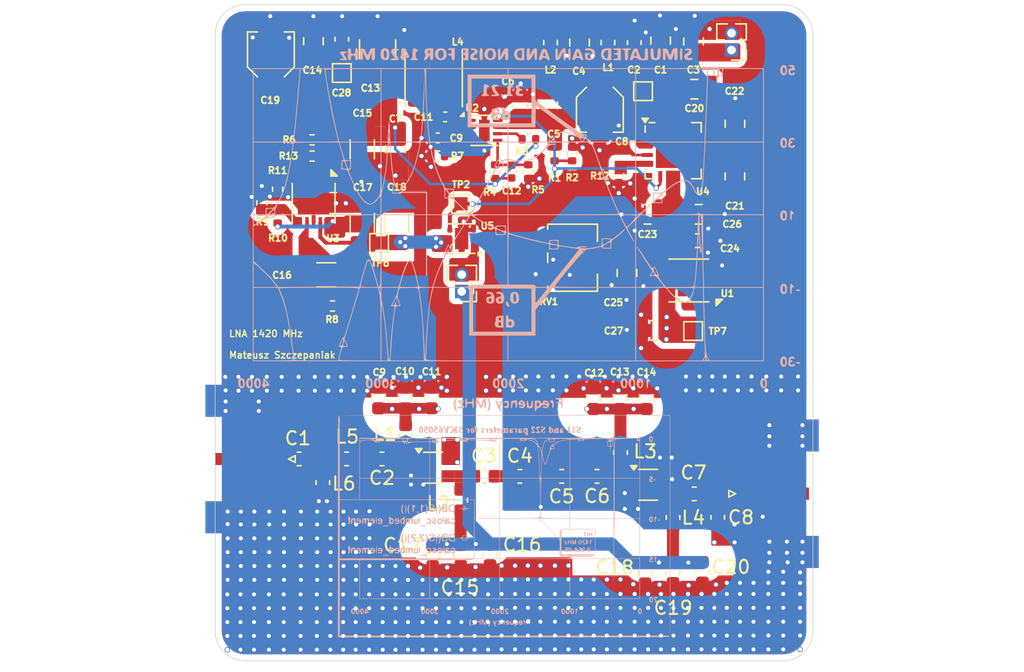
<source format=kicad_pcb>
(kicad_pcb (version 20240108) (generator "pcbnew") (generator_version "8.0")
  (layers (0 "F.Cu" signal) (1 "In1.Cu" signal) (2 "In2.Cu" signal) (31 "B.Cu" signal) (34 "B.Paste" user) (35 "F.Paste" user) (36 "B.SilkS" user "B.Silkscreen") (37 "F.SilkS" user "F.Silkscreen") (38 "B.Mask" user) (39 "F.Mask" user) (44 "Edge.Cuts" user))
  (net 0 "")
  (net 1 "Net-(J1-Pin_1)")
  (net 2 "GND")
  (net 3 "Net-(C4-Pad1)")
  (net 4 "Net-(U2-Vin)")
  (net 5 "Net-(C12-Pad2)")
  (net 6 "Net-(U2-Vcc)")
  (net 7 "Net-(U2-SW)")
  (net 8 "Net-(U2-BST)")
  (net 9 "Net-(U2-FB)")
  (net 10 "Net-(U3-SET)")
  (net 11 "Vd_3V")
  (net 12 "Net-(U4-C1+)")
  (net 13 "Net-(U4-C1-)")
  (net 14 "Net-(U4-C2-)")
  (net 15 "Net-(U4-C2+)")
  (net 16 "Net-(U4-EP)")
  (net 17 "Net-(U1-EN{slash}UV)")
  (net 18 "Net-(U1-SET)")
  (net 19 "Vgg")
  (net 20 "Net-(J2-Pin_2)")
  (net 21 "Vd_prottected")
  (net 22 "Net-(U2-EN{slash}UV)")
  (net 23 "Net-(U2-PG)")
  (net 24 "Net-(U3-PG)")
  (net 25 "Net-(U2-RT)")
  (net 26 "Net-(U3-PGFB)")
  (net 27 "Net-(U3-ILIM_)")
  (net 28 "Net-(U4-FREQ)")
  (net 32 "Net-(U3-EN{slash}UV)")
  (footprint "Capacitor_SMD:C_0603_1608Metric" (layer "F.Cu") (at 120.6246 46.7484 -90)
    (property "Reference" "C12")
    (property "Value" "C_0603_1608Metric")
  )
  (footprint "Resistor_SMD:R_0402_1005Metric" (layer "F.Cu") (at 108.9152 28.5054)
    (property "Reference" "R7")
    (property "Value" "18,2k")
  )
  (footprint "Capacitor_SMD:C_Elec_3x5.4" (layer "F.Cu") (at 121.1072 24.9494 -90)
    (property "Reference" "C8")
    (property "Value" "22u")
  )
  (footprint "Capacitor_SMD:C_0603_1608Metric" (layer "F.Cu") (at 108.452524 46.698703 -90)
    (property "Reference" "C11")
    (property "Value" "C_0603_1608Metric")
  )
  (footprint "Resistor_SMD:R_0402_1005Metric" (layer "F.Cu") (at 96.8756 30.9966 -90)
    (property "Reference" "R11")
    (property "Value" "510")
  )
  (footprint "Capacitor_SMD:C_1206_3216Metric" (layer "F.Cu") (at 103.2402 27.9938 -90)
    (property "Reference" "C15")
    (property "Value" "C")
  )
  (footprint "Resistor_SMD:R_0402_1005Metric" (layer "F.Cu") (at 117.7036 28.3512 -90)
    (property "Reference" "R1")
    (property "Value" "1M")
  )
  (footprint "Capacitor_SMD:C_0603_1608Metric" (layer "F.Cu") (at 124.504324 59.864303 -90)
    (property "Reference" "C18")
    (property "Value" "C_0603_1608Metric")
  )
  (footprint "Resistor_SMD:R_0402_1005Metric" (layer "F.Cu") (at 101.005 39.7794)
    (property "Reference" "R8")
    (property "Value" "30k")
  )
  (footprint "Inductor_SMD:L_0603_1608Metric" (layer "F.Cu") (at 121.7168 19.971 90)
    (property "Reference" "L1")
    (property "Value" "FB")
  )
  (footprint "Capacitor_SMD:C_0603_1608Metric" (layer "F.Cu") (at 106.503724 49.516503 90)
    (property "Reference" "L1")
    (property "Value" "C_0603_1608Metric")
  )
  (footprint "Capacitor_SMD:C_0603_1608Metric" (layer "F.Cu") (at 128.208324 53.912703 180)
    (property "Reference" "C7")
    (property "Value" "C_0603_1608Metric")
  )
  (footprint "Capacitor_SMD:C_0805_2012Metric" (layer "F.Cu") (at 128.1556 19.8846 90)
    (property "Reference" "C3")
    (property "Value" "4,7u")
  )
  (footprint "Resistor_SMD:R_0402_1005Metric" (layer "F.Cu") (at 96.8756 33.0286 90)
    (property "Reference" "R10")
    (property "Value" "453k")
  )
  (footprint "Resistor_SMD:R_0402_1005Metric" (layer "F.Cu") (at 115.7732 27.2336)
    (property "Reference" "R3")
    (property "Value" "100k")
  )
  (footprint "TestPoint:TestPoint_Pad_1.0x1.0mm" (layer "F.Cu") (at 104.5102 35.0407 -90)
    (property "Reference" "TP6")
    (property "Value" "3V")
  )
  (footprint "Connector_Coaxial:SMA_Molex_73251-1153_EdgeMount_Horizontal" (layer "F.Cu") (at 133.312 53.8988 180)
    (property "Reference" "REF**" (hide yes))
    (property "Value" "SMA_Molex_73251-1153_EdgeMount_Horizontal")
  )
  (footprint "Package_DFN_QFN:DFN-8-1EP_2x2mm_P0.5mm_EP0.8x1.6mm" (layer "F.Cu") (at 112.4204 26.5732)
    (property "Reference" "U2")
    (property "Value" "LT8608")
  )
  (footprint "Capacitor_SMD:C_0603_1608Metric" (layer "F.Cu") (at 112.850524 58.506303 -90)
    (property "Reference" "C16")
    (property "Value" "C_0603_1608Metric")
  )
  (footprint "Connector_PinHeader_1.27mm:PinHeader_1x02_P1.27mm_Vertical" (layer "F.Cu") (at 131.0132 20.5298 180)
    (property "Reference" "J1" (hide yes))
    (property "Value" "Conn_01x02_Pin")
  )
  (footprint "Capacitor_SMD:C_0603_1608Metric" (layer "F.Cu") (at 115.088924 52.591903 180)
    (property "Reference" "C4")
    (property "Value" "C_0603_1608Metric")
  )
  (footprint "Capacitor_SMD:C_1206_3216Metric" (layer "F.Cu") (at 105.831 33.5292 90)
    (property "Reference" "C18")
    (property "Value" "opt")
  )
  (footprint "" (layer "F.Cu") (at 128.822324 60.588503)
    (property "Reference" "")
    (property "Value" "")
  )
  (footprint "Package_DFN_QFN:DFN-12-1EP_3x3mm_P0.45mm_EP1.65x2.38mm" (layer "F.Cu") (at 127.7985 37.8617 180)
    (property "Reference" "U1")
    (property "Value" "LT3094xDD")
  )
  (footprint "Capacitor_SMD:C_0603_1608Metric" (layer "F.Cu") (at 115.1128 24.797 90)
    (property "Reference" "C6")
    (property "Value" "0,1u")
  )
  (footprint "Resistor_SMD:R_0402_1005Metric" (layer "F.Cu") (at 115.7224 29.672 90)
    (property "Reference" "R5")
    (property "Value" "187k")
  )
  (footprint "Capacitor_SMD:C_0805_2012Metric" (layer "F.Cu") (at 131.2672 26.0822 90)
    (property "Reference" "C22")
    (property "Value" "10u")
  )
  (footprint "Package_CSP:LFCSP-6-1EP_2x2mm_P0.65mm_EP1x1.6mm" (layer "F.Cu") (at 110.7171 34.7134 180)
    (property "Reference" "U5")
    (property "Value" "ADP197-02")
  )
  (footprint "Capacitor_SMD:C_0603_1608Metric" (layer "F.Cu") (at 102.058324 51.282103 180)
    (property "Reference" "L5")
    (property "Value" "C_0603_1608Metric")
  )
  (footprint "Capacitor_SMD:C_0805_2012Metric" (layer "F.Cu") (at 117.1956 24.6954 90)
    (property "Reference" "C5")
    (property "Value" "4,7u")
  )
  (footprint "Capacitor_SMD:C_0603_1608Metric" (layer "F.Cu") (at 110.640724 58.531703 -90)
    (property "Reference" "C15")
    (property "Value" "C_0603_1608Metric")
  )
  (footprint "Capacitor_SMD:C_0603_1608Metric" (layer "F.Cu") (at 120.893124 52.591903 180)
    (property "Reference" "C6")
    (property "Value" "C_0603_1608Metric")
  )
  (footprint "Capacitor_SMD:C_0805_2012Metric" (layer "F.Cu") (at 128.5509 32.8859 180)
    (property "Reference" "C26")
    (property "Value" "4,7u")
  )
  (footprint "TestPoint:TestPoint_Pad_1.0x1.0mm" (layer "F.Cu") (at 101.7016 22.2588)
    (property "Reference" "TP3" (hide yes))
    (property "Value" "5V")
  )
  (footprint "Capacitor_SMD:C_0603_1608Metric" (layer "F.Cu") (at 104.725724 51.282103 180)
    (property "Reference" "C2")
    (property "Value" "C_0603_1608Metric")
  )
  (footprint "Capacitor_SMD:C_0603_1608Metric" (layer "F.Cu") (at 122.664724 50.806903 90)
    (property "Reference" "L3")
    (property "Value" "C_0603_1608Metric")
  )
  (footprint "Potentiometer_SMD:Potentiometer_Bourns_3224W_Vertical" (layer "F.Cu") (at 119.0565 36.1503 90)
    (property "Reference" "RV1")
    (property "Value" "100k")
  )
  (footprint "Capacitor_SMD:C_0603_1608Metric" (layer "F.Cu") (at 129.973324 55.678303 -90)
    (property "Reference" "C8")
    (property "Value" "C_0603_1608Metric")
  )
  (footprint "Capacitor_SMD:C_0603_1608Metric" (layer "F.Cu") (at 123.698 19.971 90)
    (property "Reference" "C2")
    (property "Value" "0.1u")
  )
  (footprint "Capacitor_SMD:C_1206_3216Metric" (layer "F.Cu") (at 103.2402 33.531 90)
    (property "Reference" "C17")
    (property "Value" "4,7u")
  )
  (footprint "Capacitor_SMD:C_0603_1608Metric" (layer "F.Cu") (at 118.238524 52.591903 180)
    (property "Reference" "C5")
    (property "Value" "C_0603_1608Metric")
  )
  (footprint "Package_TO_SOT_SMD:SOT-343_SC-70-4" (layer "F.Cu") (at 124.740924 53.226903)
    (property "Reference" "REF**" (hide yes))
    (property "Value" "SOT-343_SC-70-4")
  )
  (footprint "Package_DFN_QFN:DFN-10-1EP_3x3mm_P0.5mm_EP1.65x2.38mm" (layer "F.Cu") (at 99.5826 32.0578 -90)
    (property "Reference" "U3")
    (property "Value" "LT3042")
  )
  (footprint "TestPoint:TestPoint_Pad_1.0x1.0mm" (layer "F.Cu") (at 110.6663 32.0957)
    (property "Reference" "TP2")
    (property "Value" "EN")
  )
  (footprint "Resistor_SMD:R_0402_1005Metric" (layer "F.Cu") (at 113.2332 29.672 -90)
    (property "Reference" "R4")
    (property "Value" "1M")
  )
  (footprint "Capacitor_SMD:C_1210_3225Metric" (layer "F.Cu") (at 104.394 20.479 -90)
    (property "Reference" "C13")
    (property "Value" "47u")
  )
  (footprint "Capacitor_SMD:C_0603_1608Metric" (layer "F.Cu") (at 126.612524 59.838903 -90)
    (property "Reference" "C19")
    (property "Value" "C_0603_1608Metric")
  )
  (footprint "Package_TO_SOT_SMD:SOT-343_SC-70-4" (layer "F.Cu") (at 108.571324 51.941903)
    (property "Reference" "REF**" (hide yes))
    (property "Value" "SOT-343_SC-70-4")
  )
  (footprint "Capacitor_SMD:C_0805_2012Metric" (layer "F.Cu") (at 128.2192 23.4762 180)
    (property "Reference" "C20")
    (property "Value" "1u")
  )
  (footprint "Inductor_SMD:L_0603_1608Metric" (layer "F.Cu") (at 117.3988 19.971 -90)
    (property "Reference" "L2")
    (property "Value" "0")
  )
  (footprint "Capacitor_SMD:C_0603_1608Metric" (layer "F.Cu") (at 128.4493 34.8671)
    (property "Reference" "C24")
    (property "Value" "0,01u")
  )
  (footprint "Resistor_SMD:R_0402_1005Metric" (layer "F.Cu") (at 99.4664 28.5054 180)
    (property "Reference" "R13")
    (property "Value" "0")
  )
  (footprint "Capacitor_SMD:C_0603_1608Metric" (layer "F.Cu") (at 110.640724 54.378503 90)
    (property "Reference" "L2")
    (property "Value" "C_0603_1608Metric")
  )
  (footprint "Capacitor_SMD:C_0402_1005Metric" (layer "F.Cu") (at 108.9152 27.1338 180)
    (property "Reference" "C9")
    (property "Value" "1u")
  )
  (footprint "Capacitor_SMD:C_0805_2012Metric" (layer "F.Cu") (at 105.7294 27.9938 -90)
    (property "Reference" "C7")
    (property "Value" "4,7u")
  )
  (footprint "Capacitor_SMD:C_0603_1608Metric" (layer "F.Cu") (at 126.612524 55.685703 90)
    (property "Reference" "L4")
    (property "Value" "C_0603_1608Metric")
  )
  (footprint "" (layer "F.Cu") (at 104.464724 47.473703)
    (property "Reference" "")
    (property "Value" "")
  )
  (footprint "Capacitor_SMD:C_0603_1608Metric" (layer "F.Cu") (at 98.495124 51.282103 180)
    (property "Reference" "C1")
    (property "Value" "C_0603_1608Metric")
  )
  (footprint "Capacitor_SMD:C_1206_3216Metric" (layer "F.Cu") (at 100.5332 37.4426)
    (property "Reference" "C16")
    (property "Value" "4,7u")
  )
  (footprint "Capacitor_SMD:C_0805_2012Metric" (layer "F.Cu") (at 125.1801 41.6135 180)
    (property "Reference" "C27")
    (property "Value" "10u")
  )
  (footprint "" (layer "F.Cu") (at 112.850524 59.281303)
    (property "Reference" "")
    (property "Value" "")
  )
  (footprint "Resistor_SMD:R_0402_1005Metric" (layer "F.Cu") (at 119.0244 28.3512 90)
    (property "Reference" "R2")
    (property "Value" "opt")
  )
  (footprint "Capacitor_SMD:C_0603_1608Metric" (layer "F.Cu") (at 128.822324 59.813503 -90)
    (property "Reference" "C20")
    (property "Value" "C_0603_1608Metric")
  )
  (footprint "Resistor_SMD:R_0402_1005Metric" (layer "F.Cu") (at 95.6926 32.0126 90)
    (property "Reference" "R9")
    (property "Value" "30k")
  )
  (footprint "Connector_PinHeader_1.27mm:PinHeader_1x02_P1.27mm_Vertical" (layer "F.Cu") (at 110.7171 38.6893 180)
    (property "Reference" "J2" (hide yes))
    (property "Value" "Id")
  )
  (footprint "Capacitor_SMD:C_0603_1608Metric" (layer "F.Cu") (at 112.421924 52.591903 180)
    (property "Reference" "C3")
    (property "Value" "C_0603_1608Metric")
  )
  (footprint "Capacitor_SMD:C_0805_2012Metric" (layer "F.Cu") (at 119.5832 19.971 -90)
    (property "Reference" "C4")
    (property "Value" "4,7u")
  )
  (footprint "Capacitor_SMD:C_0603_1608Metric" (layer "F.Cu") (at 122.6312 46.7484 -90)
    (property "Reference" "C13")
    (property "Value" "C_0603_1608Metric")
  )
  (footprint "Capacitor_SMD:C_0805_2012Metric" (layer "F.Cu") (at 124.6901 32.8859 180)
    (property "Reference" "C23")
    (property "Value" "2,2u")
  )
  (footprint "Capacitor_SMD:C_0603_1608Metric" (layer "F.Cu") (at 101.7016 19.717 90)
    (property "Reference" "C28")
    (property "Value" "22u")
  )
  (footprint "Capacitor_SMD:C_0603_1608Metric" (layer "F.Cu") (at 108.532524 58.557103 -90)
    (property "Reference" "C17")
    (property "Value" "C_0603_1608Metric")
  )
  (footprint "Capacitor_SMD:C_0603_1608Metric" (layer "F.Cu") (at 106.471324 46.698703 -90)
    (property "Reference" "C10")
    (property "Value" "C_0603_1608Metric")
  )
  (footprint "Capacitor_SMD:C_0805_2012Metric" (layer "F.Cu") (at 123.1481 37.2955 -90)
    (property "Reference" "C25")
    (property "Value" "4,7u")
  )
  (footprint "Resistor_SMD:R_0402_1005Metric" (layer "F.Cu") (at 122.5296 29.9786 -90)
    (property "Reference" "R12")
    (property "Value" "110k")
  )
  (footprint "Capacitor_SMD:C_0805_2012Metric" (layer "F.Cu") (at 125.6792 19.8186 90)
    (property "Reference" "C1")
    (property "Value" "1u")
  )
  (footprint "Capacitor_SMD:C_0603_1608Metric" (layer "F.Cu") (at 100.273124 53.060103 90)
    (property "Reference" "L6")
    (property "Value" "C_0603_1608Metric")
  )
  (footprint "Capacitor_SMD:C_0805_2012Metric" (layer "F.Cu") (at 99.568 19.8712 -90)
    (property "Reference" "C14")
    (property "Value" "4,7u")
  )
  (footprint "Capacitor_SMD:C_0603_1608Metric" (layer "F.Cu") (at 104.464724 46.698703 -90)
    (property "Reference" "C9")
    (property "Value" "C_0603_1608Metric")
  )
  (footprint "Capacitor_SMD:C_Elec_3x5.4" (layer "F.Cu") (at 96.3676 20.9296 90)
    (property "Reference" "C19")
    (property "Value" "22u")
  )
  (footprint "Capacitor_SMD:C_0805_2012Metric" (layer "F.Cu") (at 131.2672 30.0294 -90)
    (property "Reference" "C21")
    (property "Value" "1u")
  )
  (footprint "Resistor_SMD:R_0402_1005Metric" (layer "F.Cu") (at 99.4664 27.2862 180)
    (property "Reference" "R6")
    (property "Value" "200k")
  )
  (footprint "Capacitor_SMD:C_0603_1608Metric" (layer "F.Cu") (at 124.6124 46.7484 -90)
    (property "Reference" "C14")
    (property "Value" "C_0603_1608Metric")
  )
  (footprint "Connector_Coaxial:SMA_Molex_73251-1153_EdgeMount_Horizontal" (layer "F.Cu") (at 95.697126 51.289414)
    (property "Reference" "REF**" (hide yes))
    (property "Value" "SMA_Molex_73251-1153_EdgeMount_Horizontal")
  )
  (footprint "TestPoint:TestPoint_Pad_1.0x1.0mm" (layer "F.Cu") (at 128.1265 41.6643 180)
    (property "Reference" "TP7")
    (property "Value" "Vgg")
  )
  (footprint "Package_CSP:LFCSP-16-1EP_4x4mm_P0.65mm_EP2.6x2.6mm" (layer "F.Cu") (at 126.6249 28.1009)
    (property "Reference" "U4")
    (property "Value" "ADP5600")
  )
  (footprint "TestPoint:TestPoint_Pad_1.0x1.0mm" (layer "F.Cu") (at 124.3584 23.6286)
    (property "Reference" "TP1" (hide yes))
    (property "Value" "Vin")
  )
  (footprint "Inductor_SMD:L_Coilcraft_XxL4020" (layer "F.Cu") (at 108.6104 22.645 90)
    (property "Reference" "L4")
    (property "Value" "2,2u")
  )
  (footprint "Capacitor_SMD:C_0402_1005Metric" (layer "F.Cu") (at 109.474 25.5572 180)
    (property "Reference" "C11")
    (property "Value" "0,1u")
  )
  (footprint "Capacitor_SMD:C_0402_1005Metric" (layer "F.Cu") (at 114.4524 29.672 -90)
    (property "Reference" "C12")
    (property "Value" "10p")
  )
  (footprint "LOGO" (layer "B.Cu") (at 114.8842 34.0868 180)
    (property "Reference" "G***" (hide yes))
    (property "Value" "LOGO" (hide yes))
  )
  (footprint "LOGO" (layer "B.Cu") (at 113.8936 56.3118 180)
    (property "Reference" "G***" (hide yes))
    (property "Value" "LOGO" (hide yes))
  )
  (gr_poly (pts (xy 116.769124 54.885103) (xy 116.769124 54.485103) (xy 116.569124 54.485103) (xy 116.569124 54.885103)) (fill solid) (layer "F.Cu") (net 2))
  (gr_rect (start 120.2436 47.1294) (end 124.968 47.9168) (stroke (width 0.02)) (fill solid) (layer "F.Cu") (net 19))
  (gr_poly (pts (xy 110.186724 54.877903) (xy 110.186724 57.944703) (xy 111.086724 57.944703) (xy 111.086724 54.877903)) (fill solid) (layer "F.Cu") (net 21))
  (gr_poly (pts (xy 133.475524 55.644503) (xy 133.475524 55.244503) (xy 133.275524 55.244503) (xy 133.275524 55.644503)) (fill solid) (layer "F.Cu") (net 2))
  (gr_rect (start 124.199524 58.695903) (end 129.177924 59.432503) (stroke (width 0.02)) (fill solid) (layer "F.Cu") (net 21))
  (gr_rect (start 109.2962 49.7332) (end 110.49 51.6382) (stroke (width 0.2)) (fill solid) (layer "F.Cu") (net 2))
  (gr_poly (pts (xy 114.758724 52.134703) (xy 112.758724 52.134703) (xy 112.758724 53.034703) (xy 114.758724 53.034703)) (fill solid) (layer "F.Cu"))
  (gr_poly (pts (xy 121.210324 53.049103) (xy 122.210324 53.049103) (xy 122.210324 52.149103) (xy 121.210324 52.149103)) (fill solid) (layer "F.Cu"))
  (gr_poly (pts (xy 126.375924 54.355503) (xy 126.375924 53.455503) (xy 126.875924 53.455503) (xy 126.875924 54.355503)) (fill solid) (layer "F.Cu"))
  (gr_poly (pts (xy 100.728124 52.739303) (xy 100.728124 51.739303) (xy 99.828124 51.739303) (xy 99.828124 52.739303)) (fill solid) (layer "F.Cu"))
  (gr_poly (pts (xy 106.960924 50.839303) (xy 106.960924 51.739303) (xy 106.060924 51.739303) (xy 106.060924 50.839303)) (fill solid) (layer "F.Cu"))
  (gr_poly (pts (xy 126.375924 54.355503) (xy 126.375924 55.355503) (xy 126.875924 55.355503) (xy 126.875924 54.355503)) (fill solid) (layer "F.Cu"))
  (gr_poly (pts (xy 106.946524 49.154303) (xy 106.946524 47.154303) (xy 106.046524 47.154303) (xy 106.046524 49.154303)) (fill solid) (layer "F.Cu") (net 19))
  (gr_poly (pts (xy 120.568724 52.149103) (xy 118.568724 52.149103) (xy 118.568724 53.049103) (xy 120.568724 53.049103)) (fill solid) (layer "F.Cu"))
  (gr_rect (start 104.083724 47.079703) (end 108.808124 47.867103) (stroke (width 0.02)) (fill solid) (layer "F.Cu") (net 19))
  (gr_poly (pts (xy 123.107524 50.444703) (xy 123.107524 47.301703) (xy 122.207524 47.301703) (xy 122.207524 50.444703)) (fill solid) (layer "F.Cu") (net 19))
  (gr_poly (pts (xy 92.180524 51.739303) (xy 98.180524 51.739303) (xy 98.180524 50.839303) (xy 92.180524 50.839303)) (fill solid) (layer "F.Cu"))
  (gr_poly (pts (xy 126.875924 54.355503) (xy 127.875924 54.355503) (xy 127.875924 53.455503) (xy 126.875924 53.455503)) (fill solid) (layer "F.Cu"))
  (gr_poly (pts (xy 100.728124 51.739303) (xy 101.728124 51.739303) (xy 101.728124 50.839303) (xy 100.728124 50.839303)) (fill solid) (layer "F.Cu"))
  (gr_poly (pts (xy 106.960924 51.739303) (xy 107.960924 51.739303) (xy 107.960924 50.839303) (xy 106.960924 50.839303)) (fill solid) (layer "F.Cu"))
  (gr_rect (start 122.8598 53.721) (end 124.079 55.1688) (stroke (width 0.2)) (fill solid) (layer "F.Cu") (net 2))
  (gr_poly (pts (xy 110.202524 53.030703) (xy 110.202524 54.030703) (xy 111.102524 54.030703) (xy 111.102524 53.030703)) (fill solid) (layer "F.Cu"))
  (gr_rect (start 106.807 52.4256) (end 107.9246 53.3146) (stroke (width 0.2)) (fill solid) (layer "F.Cu") (net 2))
  (gr_poly (pts (xy 123.110324 52.149103) (xy 123.110324 51.149103) (xy 122.210324 51.149103) (xy 122.210324 52.149103)) (fill solid) (layer "F.Cu"))
  (gr_rect (start 108.227724 57.388703) (end 113.206124 58.125303) (stroke (width 0.02)) (fill solid) (layer "F.Cu") (net 21))
  (gr_poly (pts (xy 123.110324 52.149103) (xy 123.110324 53.049103) (xy 122.210324 53.049103) (xy 122.210324 52.149103)) (fill solid) (layer "F.Cu"))
  (gr_poly (pts (xy 123.110324 53.049103) (xy 124.110324 53.049103) (xy 124.110324 52.149103) (xy 123.110324 52.149103)) (fill solid) (layer "F.Cu"))
  (gr_rect (start 130.425524 53.444503) (end 132.925524 54.344503) (stroke (width 0.00001)) (fill solid) (layer "F.Cu") (net 2))
  (gr_poly (pts (xy 98.828124 51.739303) (xy 99.828124 51.739303) (xy 99.828124 50.839303) (xy 98.828124 50.839303)) (fill solid) (layer "F.Cu"))
  (gr_poly (pts (xy 125.375924 54.355503) (xy 126.375924 54.355503) (xy 126.375924 53.455503) (xy 125.375924 53.455503)) (fill solid) (layer "F.Cu"))
  (gr_poly (pts (xy 133.825524 54.344503) (xy 136.825524 54.344503) (xy 136.825524 53.444503) (xy 133.825524 53.444503)) (fill solid) (layer "F.Cu") (net 2))
  (gr_poly (pts (xy 117.919124 52.149103) (xy 116.919124 52.149103) (xy 116.919124 53.049103) (xy 117.919124 53.049103)) (fill solid) (layer "F.Cu") (net 2))
  (gr_poly (pts (xy 111.102524 53.030703) (xy 112.102524 53.030703) (xy 112.102524 52.130703) (xy 111.102524 52.130703)) (fill solid) (layer "F.Cu"))
  (gr_rect (start 129.5908 56.0832) (end 131.3942 57.7088) (stroke (width 0.2)) (fill solid) (layer "F.Cu") (net 2))
  (gr_rect (start 133.6294 46.101) (end 136.525 50.4698) (stroke (width 0.2)) (fill solid) (layer "F.Cu") (net 2))
  (gr_rect (start 125.476 51.0159) (end 126.6698 52.9209) (stroke (width 0.2)) (fill solid) (layer "F.Cu") (net 2))
  (gr_poly (pts (xy 105.060924 51.739303) (xy 106.060924 51.739303) (xy 106.060924 50.839303) (xy 105.060924 50.839303)) (fill solid) (layer "F.Cu"))
  (gr_poly (pts (xy 116.419124 53.049103) (xy 116.419124 52.149103) (xy 116.919124 52.149103) (xy 116.919124 53.049103)) (fill solid) (layer "F.Cu") (net 2))
  (gr_poly (pts (xy 116.419124 52.149103) (xy 115.419124 52.149103) (xy 115.419124 53.049103) (xy 116.419124 53.049103)) (fill solid) (layer "F.Cu") (net 2))
  (gr_poly (pts (xy 109.202524 53.030703) (xy 110.202524 53.030703) (xy 110.202524 52.130703) (xy 109.202524 52.130703)) (fill solid) (layer "F.Cu"))
  (gr_poly (pts (xy 99.828124 51.739303) (xy 99.828124 50.839303) (xy 100.728124 50.839303) (xy 100.728124 51.739303)) (fill solid) (layer "F.Cu"))
  (gr_poly (pts (xy 106.960924 50.839303) (xy 106.960924 49.839303) (xy 106.060924 49.839303) (xy 106.060924 50.839303)) (fill solid) (layer "F.Cu"))
  (gr_poly (pts (xy 128.525524 54.344503) (xy 129.525524 54.344503) (xy 129.525524 53.444503) (xy 128.525524 53.444503)) (fill solid) (layer "F.Cu") (net 2))
  (gr_poly (pts (xy 132.925524 54.344503) (xy 132.925524 53.444503) (xy 133.825524 53.444503) (xy 133.825524 54.344503)) (fill solid) (layer "F.Cu") (net 2))
  (gr_poly (pts (xy 126.158524 56.185103) (xy 126.158524 59.251903) (xy 127.058524 59.251903) (xy 127.058524 56.185103)) (fill solid) (layer "F.Cu") (net 21))
  (gr_poly (pts (xy 102.395524 51.739303) (xy 104.395524 51.739303) (xy 104.395524 50.839303) (xy 102.395524 50.839303)) (fill solid) (layer "F.Cu"))
  (gr_poly (pts (xy 129.525524 54.344503) (xy 129.525524 53.444503) (xy 130.425524 53.444503) (xy 130.425524 54.344503)) (fill solid) (layer "F.Cu") (net 2))
  (gr_poly (pts (xy 133.825524 55.244503) (xy 133.825524 54.344503) (xy 132.925524 54.344503) (xy 132.925524 55.244503)) (fill solid) (layer "F.Cu") (net 2))
  (gr_poly (pts (xy 130.425524 55.344503) (xy 130.425524 54.344503) (xy 129.525524 54.344503) (xy 129.525524 55.344503)) (fill solid) (layer "F.Cu") (net 2))
  (gr_poly (pts (xy 110.202524 53.030703) (xy 110.202524 52.130703) (xy 111.102524 52.130703) (xy 111.102524 53.030703)) (fill solid) (layer "F.Cu"))
  (gr_poly (pts (xy 116.419124 53.049103) (xy 116.419124 54.485103) (xy 116.919124 54.485103) (xy 116.919124 53.049103)) (fill solid) (layer "F.Cu") (net 2))
  (gr_line (start 92.1766 64.2112) (end 92.1766 19.3802) (stroke (width 0.05)) (layer "Edge.Cuts"))
  (gr_arc (start 134.874 17.1196) (mid 136.472486 17.781714) (end 137.1346 19.3802) (stroke (width 0.05)) (layer "Edge.Cuts"))
  (gr_line (start 94.4372 17.1196) (end 134.874 17.1196) (stroke (width 0.05)) (layer "Edge.Cuts"))
  (gr_line (start 137.1346 19.3802) (end 137.1346 64.2112) (stroke (width 0.05)) (layer "Edge.Cuts"))
  (gr_line (start 134.874 66.4718) (end 94.4372 66.4718) (stroke (width 0.05)) (layer "Edge.Cuts"))
  (gr_arc (start 92.1766 19.3802) (mid 92.838714 17.781714) (end 94.4372 17.1196) (stroke (width 0.05)) (layer "Edge.Cuts"))
  (gr_arc (start 137.1346 64.2112) (mid 136.472486 65.809686) (end 134.874 66.4718) (stroke (width 0.05)) (layer "Edge.Cuts"))
  (gr_arc (start 94.4372 66.4718) (mid 92.838714 65.809686) (end 92.1766 64.2112) (stroke (width 0.05)) (layer "Edge.Cuts"))
  (gr_text "LNA 1420 MHz\n\nMateusz Szczepaniak\n" (at 93.1672 43.7642 0) (layer "F.SilkS") (effects (font (size 0.5 0.5) (thickness 0.1) (bold yes)) (justify left bottom)))
  (segment (start 100.273124 53.835103) (end 100.273124 56.153324) (width 1) (layer "F.Cu") (net 2))
  (segment (start 100.273124 56.153324) (end 100.2792 56.1594) (width 1) (layer "F.Cu") (net 2))
  (segment (start 125.6499 26.1509) (end 125.6499 25.3277) (width 0.2) (layer "F.Cu") (net 2))
  (segment (start 110.7171 34.0634) (end 110.7171 34.7134) (width 0.3) (layer "F.Cu") (net 2))
  (segment (start 125.2281 37.6367) (end 124.587 38.2778) (width 0.2) (layer "F.Cu") (net 2))
  (segment (start 99.5826 33.5078) (end 99.5826 32.0578) (width 0.3) (layer "F.Cu") (net 2))
  (segment (start 130.2937 36.7367) (end 130.302 36.7284) (width 0.2) (layer "F.Cu") (net 2))
  (segment (start 125.6499 25.3277) (end 125.9586 25.019) (width 0.2) (layer "F.Cu") (net 2))
  (segment (start 126.9499 25.4261) (end 126.4158 24.892) (width 0.2) (layer "F.Cu") (net 2))
  (segment (start 124.6749 28.4259) (end 123.5743 28.4259) (width 0.2) (layer "F.Cu") (net 2))
  (segment (start 129.2485 36.3849) (end 129.2606 36.3728) (width 0.2) (layer "F.Cu") (net 2))
  (segment (start 126.9499 26.1509) (end 126.9499 25.4261) (width 0.2) (layer "F.Cu") (net 2))
  (segment (start 95.4532 46.1264) (end 97.282 46.1264) (width 1) (layer "F.Cu") (net 2))
  (segment (start 123.5743 28.4259) (end 123.1392 27.9908) (width 0.2) (layer "F.Cu") (net 2))
  (segment (start 129.2485 36.7367) (end 129.2485 36.3849) (width 0.2) (layer "F.Cu") (net 2))
  (segment (start 111.6046 34.0634) (end 110.7171 34.0634) (width 0.3) (layer "F.Cu") (net 2))
  (segment (start 126.3485 37.6367) (end 125.2281 37.6367) (width 0.2) (layer "F.Cu") (net 2))
  (segment (start 129.2485 36.7367) (end 130.2937 36.7367) (width 0.2) (layer "F.Cu") (net 2))
  (via (at 107.7722 63.5508) (size 0.4) (drill 0.3) (layers "F.Cu" "B.Cu") (net 2))
  (via (at 123.7234 65.6082) (size 0.4) (drill 0.3) (layers "F.Cu" "B.Cu") (net 2))
  (via (at 103.7844 59.3344) (size 0.4) (drill 0.3) (layers "F.Cu" "B.Cu") (net 2))
  (via (at 104.775 61.468) (size 0.4) (drill 0.3) (layers "F.Cu" "B.Cu") (net 2))
  (via (at 128.6002 45.085) (size 0.4) (drill 0.3) (layers "F.Cu" "B.Cu") (net 2))
  (via (at 123.3932 30.5562) (size 0.4) (drill 0.3) (layers "F.Cu" "B.Cu") (net 2))
  (via (at 116.4844 45.085) (size 0.4) (drill 0.3) (layers "F.Cu" "B.Cu") (net 2))
  (via (at 133.858 49.5808) (size 0.4) (drill 0.3) (layers "F.Cu" "B.Cu") (net 2))
  (via (at 116.6368 62.484) (size 0.4) (drill 0.3) (layers "F.Cu" "B.Cu") (net 2))
  (via (at 121.6406 63.5254) (size 0.4) (drill 0.3) (layers "F.Cu" "B.Cu") (net 2))
  (via (at 106.68 59.3344) (size 0.4) (drill 0.3) (layers "F.Cu" "B.Cu") (net 2))
  (via (at 98.6028 64.5922) (size 0.4) (drill 0.3) (layers "F.Cu" "B.Cu") (net 2))
  (via (at 94.0816 61.468) (size 0.4) (drill 0.3) (layers "F.Cu" "B.Cu") (net 2))
  (via (at 113.7158 65.6082) (size 0.4) (drill 0.3) (layers "F.Cu" "B.Cu") (net 2))
  (via (at 131.2926 24.1554) (size 0.4) (drill 0.3) (layers "F.Cu" "B.Cu") (net 2))
  (via (at 121.6406 64.5668) (size 0.4) (drill 0.3) (layers "F.Cu" "B.Cu") (net 2))
  (via (at 130.6576 64.5668) (size 0.4) (drill 0.3) (layers "F.Cu" "B.Cu") (net 2))
  (via (at 101.727 17.9832) (size 0.6) (drill 0.3) (layers "F.Cu" "B.Cu") (net 2))
  (via (at 108.7882 63.5508) (size 0.4) (drill 0.3) (layers "F.Cu" "B.Cu") (net 2))
  (via (at 127.7366 61.4426) (size 0.4) (drill 0.3) (layers "F.Cu" "B.Cu") (net 2))
  (via (at 121.4882 45.085) (size 0.4) (drill 0.3) (layers "F.Cu" "B.Cu") (net 2))
  (via (at 95.123 57.2516) (size 0.4) (drill 0.3) (layers "F.Cu" "B.Cu") (net 2))
  (via (at 124.7394 64.5668) (size 0.4) (drill 0.3) (layers "F.Cu" "B.Cu") (net 2))
  (via (at 96.2406 55.245) (size 0.4) (drill 0.3) (layers "F.Cu" "B.Cu") (net 2))
  (via (at 93.091 65.6336) (size 0.4) (drill 0.3) (layers "F.Cu" "B.Cu") (net 2))
  (via (at 100.8634 56.2102) (size 0.4) (drill 0.3) (layers "F.Cu" "B.Cu") (net 2))
  (via (at 103.759 65.6336) (size 0.4) (drill 0.3) (layers "F.Cu" "B.Cu") (net 2))
  (via (at 98.4504 46.1518) (size 0.4) (drill 0.3) (layers "F.Cu" "B.Cu") (net 2))
  (via (at 136.3472 50.292) (size 0.4) (drill 0.3) (layers "F.Cu" "B.Cu") (net 2))
  (via (at 105.7402 29.972) (size 0.4) (drill 0.3) (layers "F.Cu" "B.Cu") (net 2))
  (via (at 121.6152 45.974) (size 0.4) (drill 0.3) (layers "F.Cu" "B.Cu") (net 2))
  (via (at 92.9386 45.1104) (size 0.4) (drill 0.3) (layers "F.Cu" "B.Cu") (net 2))
  (via (at 132.6642 62.484) (size 0.4) (drill 0.3) (layers "F.Cu" "B.Cu") (net 2))
  (via (at 133.6294 45.085) (size 0.4) (drill 0.3) (layers "F.Cu" "B.Cu") (net 2))
  (via (at 133.7818 62.484) (size 0.4) (drill 0.3) (layers "F.Cu" "B.Cu") (net 2))
  (via (at 102.743 61.468) (size 0.4) (drill 0.3) (layers "F.Cu" "B.Cu") (net 2))
  (via (at 106.5276 45.1104) (size 0.4) (drill 0.3) (layers "F.Cu" "B.Cu") (net 2))
  (via (at 112.5474 46.1518) (size 0.4) (drill 0.3) (layers "F.Cu" "B.Cu") (net 2))
  (via (at 117.729 59.309) (size 0.4) (drill 0.3) (layers "F.Cu" "B.Cu") (net 2))
  (via (at 121.9962 38.2016) (size 0.4) (drill 0.3) (layers "F.Cu" "B.Cu") (net 2))
  (via (at 115.1636 23.0378) (size 0.4) (drill 0.3) (layers "F.Cu" "B.Cu") (net 2))
  (via (at 112.5474 45.1104) (size 0.4) (drill 0.3) (layers "F.Cu" "B.Cu") (net 2))
  (via (at 112.6998 60.3758) (size 0.4) (drill 0.3) (layers "F.Cu" "B.Cu") (net 2))
  (via (at 96.2406 60.3758) (size 0.4) (drill 0.3) (layers "F.Cu" "B.Cu") (net 2))
  (via (at 99.568 17.9832) (size 0.6) (drill 0.3) (layers "F.Cu" "B.Cu") (net 2))
  (via (at 95.6818 30.7594) (size 0.4) (drill 0.3) (layers "F.Cu" "B.Cu") (net 2))
  (via (at 136.1694 62.484) (size 0.4) (drill 0.3) (layers "F.Cu" "B.Cu") (net 2))
  (via (at 133.858 59.055) (size 0.4) (drill 0.3) (layers "F.Cu" "B.Cu") (net 2))
  (via (at 129.2352 35.7632) (size 0.4) (drill 0.3) (layers "F.Cu" "B.Cu") (net 2))
  (via (at 132.5118 46.1264) (size 0.4) (drill 0.3) (layers "F.Cu" "B.Cu") (net 2))
  (via (at 99.822 63.5508) (size 0.4) (drill 0.3) (layers "F.Cu" "B.Cu") (net 2))
  (via (at 122.6566 60.3504) (size 0.4) (drill 0.3) (layers "F.Cu" "B.Cu") (net 2))
  (via (at 133.7818 61.4426) (size 0.4) (drill 0.3) (layers "F.Cu" "B.Cu") (net 2))
  (via (at 104.775 63.5508) (size 0.4) (drill 0.3) (layers "F.Cu" "B.Cu") (net 2))
  (via (at 120.65 64.5668) (size 0.4) (drill 0.3) (layers "F.Cu" "B.Cu") (net 2))
  (via (at 115.697 64.5668) (size 0.4) (drill 0.3) (layers "F.Cu" "B.Cu") (net 2))
  (via (at 99.822 62.5094) (size 0.4) (drill 0.3) (layers "F.Cu" "B.Cu") (net 2))
  (via (at 102.7684 58.293) (size 0.4) (drill 0.3) (layers "F.Cu" "B.Cu") (net 2))
  (via (at 117.729 62.484) (size 0.4) (drill 0.3) (layers "F.Cu" "B.Cu") (net 2))
  (via (at 97.3328 65.6336) (size 0.4) (drill 0.3) (layers "F.Cu" "B.Cu") (net 2))
  (via (at 123.571 45.085) (size 0.4) (drill 0.3) (layers "F.Cu" "B.Cu") (net 2))
  (via (at 119.7102 62.484) (size 0.4) (drill 0.3) (layers "F.Cu" "B.Cu") (net 2))
  (via (at 120.65 62.484) (size 0.4) (drill 0.3) (layers "F.Cu" "B.Cu") (net 2))
  (via (at 101.8286 56.2102) (size 0.4) (drill 0.3) (layers "F.Cu" "B.Cu") (net 2))
  (via (at 131.6482 65.6082) (size 0.4) (drill 0.3) (layers "F.Cu" "B.Cu") (net 2))
  (via (at 95.4532 47.6758) (size 0.4) (drill 0.3) (layers "F.Cu" "B.Cu") (net 2))
  (via (at 110.6932 61.468) (size 0.4) (drill 0.3) (layers "F.Cu" "B.Cu") (net 2))
  (via (at 124.7394 63.5254) (size 0.4) (drill 0.3) (layers "F.Cu" "B.Cu") (net 2))
  (via (at 94.107 58.293) (size 0.4) (drill 0.3) (layers "F.Cu" "B.Cu") (net 2))
  (via (at 122.6566 62.484) (size 0.4) (drill 0.3) (layers "F.Cu" "B.Cu") (net 2))
  (via (at 116.6368 59.309) (size 0.4) (drill 0.3) (layers "F.Cu" "B.Cu") (net 2))
  (via (at 103.1748 30.4292) (size 0.4) (drill 0.3) (layers "F.Cu" "B.Cu") (net 2))
  (via (at 133.7818 65.6082) (size 0.4) (drill 0.3) (layers "F.Cu" "B.Cu") (net 2))
  (via (at 94.107 59.3344) (size 0.4) (drill 0.3) (layers "F.Cu" "B.Cu") (net 2))
  (via (at 123.7234 18.3134) (size 0.4) (drill 0.3) (layers "F.Cu" "B.Cu") (net 2))
  (via (at 113.7158 61.4426) (size 0.4) (drill 0.3) (layers "F.Cu" "B.Cu") (net 2))
  (via (at 126.5174 51.181) (size 0.4) (drill 0.3) (layers "F.Cu" "B.Cu") (net 2))
  (via (at 98.6282 55.245) (size 0.4) (drill 0.3) (layers "F.Cu" "B.Cu") (net 2))
  (via (at 99.6696 45.1104) (size 0.4) (drill 0.3) (layers "F.Cu" "B.Cu") (net 2))
  (via (at 102.7684 59.3344) (size 0.4) (drill 0.3) (layers "F.Cu" "B.Cu") (net 2))
  (via (at 121.0818 28.067) (size 0.4) (drill 0.3) (layers "F.Cu" "B.Cu") (net 2))
  (via (at 103.6066 46.1518) (size 0.4) (drill 0.3) (layers "F.Cu" "B.Cu") (net 2))
  (via (at 110.6932 60.3758) (size 0.4) (drill 0.3) (layers "F.Cu" "B.Cu") (net 2))
  (via (at 129.7178 63.5254) (size 0.4) (drill 0.3) (layers "F.Cu" "B.Cu") (net 2))
  (via (at 129.8448 60.7314) (size 0.4) (drill 0.3) (layers "F.Cu" "B.Cu") (net 2))
  (via (at 119.7102 63.5254) (size 0.4) (drill 0.3) (layers "F.Cu" "B.Cu") (net 2))
  (via (at 125.7046 63.5254) (size 0.4) (drill 0.3) (layers "F.Cu" "B.Cu") (net 2))
  (via (at 103.7844 55.2196) (size 0.4) (drill 0.3) (layers "F.Cu" "B.Cu") (net 2))
  (via (at 95.0976 65.6336) (size 0.4) (drill 0.3) (layers "F.Cu" "B.Cu") (net 2))
  (via (at 97.3328 63.5508) (size 0.4) (drill 0.3) (layers "F.Cu" "B.Cu") (net 2))
  (via (at 104.5718 29.2608) (size 0.4) (drill 0.3) (layers "F.Cu" "B.Cu") (net 2))
  (via (at 105.7402 60.3758) (size 0.4) (drill 0.3) (layers "F.Cu" "B.Cu") (net 2))
  (via (at 105.5878 45.1104) (size 0.4) (drill 0.3) (layers "F.Cu" "B.Cu") (net 2))
  (via (at 134.8994 61.4426) (size 0.4) (drill 0.3) (layers "F.Cu" "B.Cu") (net 2))
  (via (at 108.7882 60.3758) (size 0.4) (drill 0.3) (layers "F.Cu" "B.Cu") (net 2))
  (via (at 120.5484 20.9804) (size 0.4) (drill 0.3) (layers "F.Cu" "B.Cu") (net 2))
  (via (at 127.7366 62.484) (size 0.4) (drill 0.3) (layers "F.Cu" "B.Cu") (net 2))
  (via (at 110.3884 51.5366) (size 0.4) (drill 0.3) (layers "F.Cu" "B.Cu") (net 2))
  (via (at 121.6406 61.4426) (size 0.4) (drill 0.3) (layers "F.Cu" "B.Cu") (net 2))
  (via (at 115.697 62.484) (size 0.4) (drill 0.3) (layers "F.Cu" "B.Cu") (net 2))
  (via (at 96.2406 58.293) (size 0.4) (drill 0.3) (layers "F.Cu" "B.Cu") (net 2))
  (via (at 101.8032 63.5508) (size 0.4) (drill 0.3) (layers "F.Cu" "B.Cu") (net 2))
  (via (at 103.759 62.5094) (size 0.4) (drill 0.3) (layers "F.Cu" "B.Cu") (net 2))
  (via (at 112.6998 64.5922) (size 0.4) (drill 0.3) (layers "F.Cu" "B.Cu") (net 2))
  (via (at 108.7882 62.5094) (size 0.4) (drill 0.3) (layers "F.Cu" "B.Cu") (net 2))
  (via (at 102.743 64.5922) (size 0.4) (drill 0.3) (layers "F.Cu" "B.Cu") (net 2))
  (via (at 128.2446 17.9578) (size 0.4) (drill 0.3) (layers "F.Cu" "B.Cu") (net 2))
  (via (at 100.8634 58.293) (size 0.4) (drill 0.3) (layers "F.Cu" "B.Cu") (net 2))
  (via (at 114.7318 63.5254) (size 0.4) (drill 0.3) (layers "F.Cu" "B.Cu") (net 2))
  (via (at 118.745 65.6082) (size 0.4) (drill 0.3) (layers "F.Cu" "B.Cu") (net 2))
  (via (at 130.5052 46.1264) (size 0.4) (drill 0.3) (layers "F.Cu" "B.Cu") (net 2))
  (via (at 129.5654 46.1264) (size 0.4) (drill 0.3) (layers "F.Cu" "B.Cu") (net 2))
  (via (at 131.4958 45.085) (size 0.4) (drill 0.3) (layers "F.Cu" "B.Cu") (net 2))
  (via (at 130.175 34.8742) (size 0.4) (drill 0.3) (layers "F.Cu" "B.Cu") (net 2))
  (via (at 126.6444 65.6082) (size 0.4) (drill 0.3) (layers "F.Cu" "B.Cu") (net 2))
  (via (at 111.6838 64.5922) (size 0.4) (drill 0.3) (layers "F.Cu" "B.Cu") (net 2))
  (via (at 99.822 64.5922) (size 0.4) (drill 0.3) (layers "F.Cu" "B.Cu") (net 2))
  (via (at 114.7318 60.3504) (size 0.4) (drill 0.3) (layers "F.Cu" "B.Cu") (net 2))
  (via (at 111.6838 62.5094) (size 0.4) (drill 0.3) (layers "F.Cu" "B.Cu") (net 2))
  (via (at 95.0976 64.5922) (size 0.4) (drill 0.3) (layers "F.Cu" "B.Cu") (net 2))
  (via (at 118.745 60.3504) (size 0.4) (drill 0.3) (layers "F.Cu" "B.Cu") (net 2))
  (via (at 126.6444 63.5254) (size 0.4) (drill 0.3) (layers "F.Cu" "B.Cu") (net 2))
  (via (at 120.4976 45.085) (size 0.4) (drill 0.3) (layers "F.Cu" "B.Cu") (net 2))
  (via (at 136.3472 59.055) (size 0.4) (drill 0.3) (layers "F.Cu" "B.Cu") (net 2))
  (via (at 107.7722 60.3758) (size 0.4) (drill 0.3) (layers "F.Cu" "B.Cu") (net 2))
  (via (at 104.6226 45.1104) (size 0.4) (drill 0.3) (layers "F.Cu" "B.Cu") (net 2))
  (via (at 109.7534 64.5922) (size 0.4) (drill 0.3) (layers "F.Cu" "B.Cu") (net 2))
  (via (at 126.6444 61.4426) (size 0.4) (drill 0.3) (layers "F.Cu" "B.Cu") (net 2))
  (via (at 93.091 61.468) (size 0.4) (drill 0.3) (layers "F.Cu" "B.Cu") (net 2))
  (via (at 135.2296 59.055) (size 0.4) (drill 0.3) (layers "F.Cu" "B.Cu") (net 2))
  (via (at 99.9744 54.4576) (size 0.4) (drill 0.3) (layers "F.Cu" "B.Cu") (net 2))
  (via (at 104.394 17.9832) (size 0.6) (drill 0.3) (layers "F.Cu" "B.Cu") (net 2))
  (via (at 105.7402 61.468) (size 0.4) (drill 0.3) (layers "F.Cu" "B.Cu") (net 2))
  (via (at 116.2812 37.3888) (size 0.4) (drill 0.3) (layers "F.Cu" "B.Cu") (net 2))
  (via (at 98.6282 56.2102) (size 0.4) (drill 0.3) (layers "F.Cu" "B.Cu") (net 2))
  (via (at 96.3168 17.9832) (size 0.6) (drill 0.3) (layers "F.Cu" "B.Cu") (net 2))
  (via (at 96.2152 63.5508) (size 0.4) (drill 0.3) (layers "F.Cu" "B.Cu") (net 2))
  (via (at 129.7178 61.4426) (size 0.4) (drill 0.3) (layers "F.Cu" "B.Cu") (net 2))
  (via (at 94.9198 31.5722) (size 0.4) (drill 0.3) (layers "F.Cu" "B.Cu") (net 2))
  (via (at 105.7402 64.5922) (size 0.4) (drill 0.3) (layers "F.Cu" "B.Cu") (net 2))
  (via (at 134.747 46.1264) (size 0.4) (drill 0.3) (layers "F.Cu" "B.Cu") (net 2))
  (via (at 96.2152 61.468) (size 0.4) (drill 0.3) (layers "F.Cu" "B.Cu") (net 2))
  (via (at 124.7394 65.6082) (size 0.4) (drill 0.3) (layers "F.Cu" "B.Cu") (net 2))
  (via (at 115.7224 30.8102) (size 0.4) (drill 0.3) (layers "F.Cu" "B.Cu") (net 2))
  (via (at 119.5578 45.085) (size 0.4) (drill 0.3) (layers "F.Cu" "B.Cu") (net 2))
  (via (at 94.9452 46.1518) (size 0.4) (drill 0.3) (layers "F.Cu" "B.Cu") (net 2))
  (via (at 121.7168 30.5308) (size 0.4) (drill 0.3) (layers "F.Cu" "B.Cu") (net 2))
  (via (at 111.6838 60.3758) (size 0.4) (drill 0.3) (layers "F.Cu" "B.Cu") (net 2))
  (via (at 108.7882 64.5922) (size 0.4) (drill 0.3) (layers "F.Cu" "B.Cu") (net 2))
  (via (at 101.8286 57.2516) (size 0.4) (drill 0.3) (layers "F.Cu" "B.Cu") (net 2))
  (via (at 119.7102 60.3504) (size 0.4) (drill 0.3) (layers "F.Cu" "B.Cu") (net 2))
  (via (at 134.747 45.085) (size 0.4) (drill 0.3) (layers "F.Cu" "B.Cu") (net 2))
  (via (at 106.68 63.5508) (size 0.4) (drill 0.3) (layers "F.Cu" "B.Cu") (net 2))
  (via (at 134.8994 60.6044) (size 0.4) (drill 0.3) (layers "F.Cu" "B.Cu") (net 2))
  (via (at 126.6444 62.484) (size 0.4) (drill 0.3) (layers "F.Cu" "B.Cu") (net 2))
  (via (at 115.697 63.5254) (size 0.4) (drill 0.3) (layers "F.Cu" "B.Cu") (net 2))
  (via (at 109.7534 62.5094) (size 0.4) (drill 0.3) (layers "F.Cu" "B.Cu") (net 2))
  (via (at 118.5926 45.085) (size 0.4) (drill 0.3) (layers "F.Cu" "B.Cu") (net 2))
  (via (at 123.9774 55.0418) (size 0.4) (drill 0.3) (layers "F.Cu" "B.Cu") (net 2))
  (via (at 95.123 55.245) (size 0.4) (drill 0.3) (layers "F.Cu" "B.Cu") (net 2))
  (via (at 119.888 45.974) (size 0.4) (drill 0.3) (layers "F.Cu" "B.Cu") (net 2))
  (via (at 130.5052 32.8676) (size 0.4) (drill 0.3) (layers "F.Cu" "B.Cu") (net 2))
  (via (at 102.743 65.6336) (size 0.4) (drill 0.3) (layers "F.Cu" "B.Cu") (net 2))
  (via (at 107.5944 59.4614) (size 0.4) (drill 0.3) (layers "F.Cu" "B.Cu") (net 2))
  (via (at 129.7178 64.5668) (size 0.4) (drill 0.3) (layers "F.Cu" "B.Cu") (net 2))
  (via (at 97.3582 59.3344) (size 0.4) (drill 0.3) (layers "F.Cu" "B.Cu") (net 2))
  (via (at 109.7534 60.3758) (size 0.4) (drill 0.3) (layers "F.Cu" "B.Cu") (net 2))
  (via (at 124.3838 38.2778) (size 0.4) (drill 0.3) (layers "F.Cu" "B.Cu") (net 2))
  (via (at 95.0976 63.5508) (size 0.4) (drill 0.3) (layers "F.Cu" "B.Cu") (net 2))
  (via (at 103.7844 57.2516) (size 0.4) (drill 0.3) (layers "F.Cu" "B.Cu") (net 2))
  (via (at 123.7234 31.6992) (size 0.4) (drill 0.3) (layers "F.Cu" "B.Cu") (net 2))
  (via (at 113.7158 64.5668) (size 0.4) (drill 0.3) (layers "F.Cu" "B.Cu") (net 2))
  (via (at 126.5428 52.8066) (size 0.4) (drill 0.3) (layers "F.Cu" "B.Cu") (net 2))
  (via (at 125.6284 51.181) (size 0.4) (drill 0.3) (layers "F.Cu" "B.Cu") (net 2))
  (via (at 110.6932 63.5508) (size 0.4) (drill 0.3) (layers "F.Cu" "B.Cu") (net 2))
  (via (at 111.6838 65.6336) (size 0.4) (drill 0.3) (layers "F.Cu" "B.Cu") (net 2))
  (via (at 112.6998 63.5508) (size 0.4) (drill 0.3) (layers "F.Cu" "B.Cu") (net 2))
  (via (at 94.0816 65.6336) (size 0.4) (drill 0.3) (layers "F.Cu" "B.Cu") (net 2))
  (via (at 110.3884 49.8348) (size 0.4) (drill 0.3) (layers "F.Cu" "B.Cu") (net 2))
  (via (at 117.729 61.4426) (size 0.4) (drill 0.3) (layers "F.Cu" "B.Cu") (net 2))
  (via (at 104.775 64.5922) (size 0.4) (drill 0.3) (layers "F.Cu" "B.Cu") (net 2))
  (via (at 113.7158 59.309) (size 0.4) (drill 0.3) (layers "F.Cu" "B.Cu") (net 2))
  (via (at 120.65 65.6082) (size 0.4) (drill 0.3) (layers "F.Cu" "B.Cu") (net 2))
  (via (at 94.107 56.2102) (size 0.4) (drill 0.3) (layers "F.Cu" "B.Cu") (net 2))
  (via (at 96.2152 64.5922) (size 0.4) (drill 0.3) (layers "F.Cu" "B.Cu") (net 2))
  (via (at 128.7526 62.484) (size 0.4) (drill 0.3) (layers "F.Cu" "B.Cu") (net 2))
  (via (at 104.775 59.3344) (size 0.4) (drill 0.3) (layers "F.Cu" "B.Cu") (net 2))
  (via (at 106.68 62.5094) (size 0.4) (drill 0.3) (layers "F.Cu" "B.Cu") (net 2))
  (via (at 121.6406 60.3504) (size 0.4) (drill 0.3) (layers "F.Cu" "B.Cu") (net 2))
  (via (at 105.7402 63.5508) (size 0.4) (drill 0.3) (layers "F.Cu" "B.Cu") (net 2))
  (via (at 100.838 62.5094) (size 0.4) (drill 0.3) (layers "F.Cu" "B.Cu") (net 2))
  (via (at 97.663 31.5976) (size 0.4) (drill 0.3) (layers "F.Cu" "B.Cu") (net 2))
  (via (at 93.1164 55.245) (size 0.4) (drill 0.3) (layers "F.Cu" "B.Cu") (net 2))
  (via (at 133.858 57.5056) (size 0.4) (drill 0.3) (layers "F.Cu" "B.Cu") (net 2))
  (via (at 109.1946 45.9232) (size 0.4) (drill 0.3) (layers "F.Cu" "B.Cu") (net 2))
  (via (at 124.587 45.085) (size 0.4) (drill 0.3) (layers "F.Cu" "B.Cu") (net 2))
  (via (at 106.9086 53.213) (size 0.4) (drill 0.3) (layers "F.Cu" "B.Cu") (net 2))
  (via (at 123.7234 63.5254) (size 0.4) (drill 0.3) (layers "F.Cu" "B.Cu") (net 2))
  (via (at 114.7318 61.4426) (size 0.4) (drill 0.3) (layers "F.Cu" "B.Cu") (net 2))
  (via (at 130.6576 65.6082) (size 0.4) (drill 0.3) (layers "F.Cu" "B.Cu") (net 2))
  (via (at 132.5118 45.085) (size 0.4) (drill 0.3) (layers "F.Cu" "B.Cu") (net 2))
  (via (at 111.6838 63.5508) (size 0.4) (drill 0.3) (layers "F.Cu" "B.Cu") (net 2))
  (via (at 94.9452 45.1104) (size 0.4) (drill 0.3) (layers "F.Cu" "B.Cu") (net 2))
  (via (at 123.7234 61.4426) (size 0.4) (drill 0.3) (layers "F.Cu" "B.Cu") (net 2))
  (via (at 101.8286 58.293) (size 0.4) (drill 0.3) (layers "F.Cu" "B.Cu") (net 2))
  (via (at 101.6508 45.1104) (size 0.4) (drill 0.3) (layers "F.Cu" "B.Cu") (net 2))
  (via (at 99.8474 58.293) (size 0.4) (drill 0.3) (layers "F.Cu" "B.Cu") (net 2))
  (via (at 116.6368 60.3504) (size 0.4) (drill 0.3) (layers "F.Cu" "B.Cu") (net 2))
  (via (at 131.4958 46.1264) (size 0.4) (drill 0.3) (layers "F.Cu" "B.Cu") (net 2))
  (via (at 100.6856 45.1104) (size 0.4) (drill 0.3) (layers "F.Cu" "B.Cu") (net 2))
  (via (at 136.1694 63.5254) (size 0.4) (drill 0.3) (layers "F.Cu" "B.Cu") (net 2))
  (via (at 123.7234 64.5668) (size 0.4) (drill 0.3) (layers "F.Cu" "B.Cu") (net 2))
  (via (at 98.6282 57.2516) (size 0.4) (drill 0.3) (layers "F.Cu" "B.Cu") (net 2))
  (via (at 119.7102 64.5668) (size 0.4) (drill 0.3) (layers "F.Cu" "B.Cu") (net 2))
  (via (at 102.7684 60.3758) (size 0.4) (drill 0.3) (layers "F.Cu" "B.Cu") (net 2))
  (via (at 102.7684 57.2516) (size 0.4) (drill 0.3) (layers "F.Cu" "B.Cu") (net 2))
  (via (at 130.302 36.7284) (size 0.4) (drill 0.3) (layers "F.Cu" "B.Cu") (net 2))
  (via (at 115.5446 45.085) (size 0.4) (drill 0.3) (layers "F.Cu" "B.Cu") (net 2))
  (via (at 125.603 60.7314) (size 0.4) (drill 0.3) (layers "F.Cu" "B.Cu") (net 2))
  (via (at 118.8466 37.4396) (size 0.4) (drill 0.3) (layers "F.Cu" "B.Cu") (net 2))
  (via (at 110.871 33.4264) (size 0.4) (drill 0.3) (layers "F.Cu" "B.Cu") (net 2))
  (via (at 120.65 61.4426) (size 0.4) (drill 0.3) (layers "F.Cu" "B.Cu") (net 2))
  (via (at 110.6932 64.5922) (size 0.4) (drill 0.3) (layers "F.Cu" "B.Cu") (net 2))
  (via (at 136.017 46.1264) (size 0.4) (drill 0.3) (layers "F.Cu" "B.Cu") (net 2))
  (via (at 96.0628 46.1518) (size 0.4) (drill 0.3) (layers "F.Cu" "B.Cu") (net 2))
  (via (at 100.838 64.5922) (size 0.4) (drill 0.3) (layers "F.Cu" "B.Cu") (net 2))
  (via (at 120.65 60.3504) (size 0.4) (drill 0.3) (layers "F.Cu" "B.Cu") (net 2))
  (via (at 114.7318 64.5668) (size 0.4) (drill 0.3) (layers "F.Cu" "B.Cu") (net 2))
  (via (at 133.7818 59.7662) (size 0.4) (drill 0.3) (layers "F.Cu" "B.Cu") (net 2))
  (via (at 99.8474 55.245) (size 0.4) (drill 0.3) (layers "F.Cu" "B.Cu") (net 2))
  (via (at 111.6838 61.468) (size 0.4) (drill 0.3) (layers "F.Cu" "B.Cu") (net 2))
  (via (at 135.1788 58.3438) (size 0.4) (drill 0.3) (layers "F.Cu" "B.Cu") (net 2))
  (via (at 107.6198 45.1104) (size 0.4) (drill 0.3) (layers "F.Cu" "B.Cu") (net 2))
  (via (at 122.5042 45.085) (size 0.4) (drill 0.3) (layers "F.Cu" "B.Cu") (net 2))
  (via (at 97.3582 56.2102) (size 0.4) (drill 0.3) (layers "F.Cu" "B.Cu") (net 2))
  (via (at 136.3472 57.5056) (size 0.4) (drill 0.3) (layers "F.Cu" "B.Cu") (net 2))
  (via (at 131.2418 56.2102) (size 0.4) (drill 0.3) (layers "F.Cu" "B.Cu") (net 2))
  (via (at 93.1164 59.3344) (size 0.4) (drill 0.3) (layers "F.Cu" "B.Cu") (net 2))
  (via (at 136.3472 48.7426) (size 0.4) (drill 0.3) (layers "F.Cu" "B.Cu") (net 2))
  (via (at 97.3582 55.245) (size 0.4) (drill 0.3) (layers "F.Cu" "B.Cu") (net 2))
  (via (at 101.6508 46.1518) (size 0.4) (drill 0.3) (layers "F.Cu" "B.Cu") (net 2))
  (via (at 127.7366 64.5668) (size 0.4) (drill 0.3) (layers "F.Cu" "B.Cu") (net 2))
  (via (at 125.7046 64.5668) (size 0.4) (drill 0.3) (layers "F.Cu" "B.Cu") (net 2))
  (via (at 102.7684 55.245) (size 0.4) (drill 0.3) (layers "F.Cu" "B.Cu") (net 2))
  (via (at 122.5042 46.1264) (size 0.4) (drill 0.3) (layers "F.Cu" "B.Cu") (net 2))
  (via (at 93.1164 58.293) (size 0.4) (drill 0.3) (layers "F.Cu" "B.Cu") (net 2))
  (via (at 119.7102 61.4426) (size 0.4) (drill 0.3) (layers "F.Cu" "B.Cu") (net 2))
  (via (at 96.2152 62.5094) (size 0.4) (drill 0.3) (layers "F.Cu" "B.Cu") (net 2))
  (via (at 107.823 53.213) (size 0.4) (drill 0.3) (layers "F.Cu" "B.Cu") (net 2))
  (via (at 112.4204 24.9682) (size 0.4) (drill 0.3) (layers "F.Cu" "B.Cu") (net 2))
  (via (at 116.6622 54.8894) (size 0.4) (drill 0.3) (layers "F.Cu" "B.Cu") (net 2))
  (via (at 130.6576 60.6044) (size 0.4) (drill 0.3) (layers "F.Cu" "B.Cu") (net 2))
  (via (at 96.0628 45.1104) (size 0.4) (drill 0.3) (layers "F.Cu" "B.Cu") (net 2))
  (via (at 113.5634 46.1264) (size 0.4) (drill 0.3) (layers "F.Cu" "B.Cu") (net 2))
  (via (at 136.017 45.085) (size 0.4) (drill 0.3) (layers "F.Cu" "B.Cu") (net 2))
  (via (at 96.2914 31.5468) (size 0.4) (drill 0.3) (layers "F.Cu" "B.Cu") (net 2))
  (via (at 132.6642 61.4426) (size 0.4) (drill 0.3) (layers "F.Cu" "B.Cu") (net 2))
  (via (at 108.6358 45.1104) (size 0.4) (drill 0.3) (layers "F.Cu" "B.Cu") (net 2))
  (via (at 105.4862 45.9232) (size 0.4) (drill 0.3) (layers "F.Cu" "B.Cu") (net 2))
  (via (at 107.4674 45.9232) (size 0.4) (drill 0.3) (layers "F.Cu" "B.Cu") (net 2))
  (via (at 117.729 64.5668) (size 0.4) (drill 0.3) (layers "F.Cu" "B.Cu") (net 2))
  (via (at 106.68 64.5922) (size 0.4) (drill 0.3) (layers "F.Cu" "B.Cu") (net 2))
  (via (at 98.6282 60.3758) (size 0.4) (drill 0.3) (layers "F.Cu" "B.Cu") (net 2))
  (via (at 94.107 57.2516) (size 0.4) (drill 0.3) (layers "F.Cu" "B.Cu") (net 2))
  (via (at 105.7402 59.3344) (size 0.4) (drill 0.3) (layers "F.Cu" "B.Cu") (net 2))
  (via (at 122.9868 53.848) (size 0.4) (drill 0.3) (layers "F.Cu" "B.Cu") (net 2))
  (via (at 112.6998 62.5094) (size 0.4) (drill 0.3) (layers "F.Cu" "B.Cu") (net 2))
  (via (at 122.7328 32.893) (size 0.4) (drill 0.3) (layers "F.Cu" "B.Cu") (net 2))
  (via (at 123.1138 39.3192) (size 0.4) (drill 0.3) (layers "F.Cu" "B.Cu") (net 2))
  (via (at 129.2606 33.9598) (size 0.4) (drill 0.3) (layers "F.Cu" "B.Cu") (net 2))
  (via (at 124.206 42.9514) (size 0.4) (drill 0.3) (layers "F.Cu" "B.Cu") (net 2))
  (via (at 97.3582 60.3758) (size 0.4) (drill 0.3) (layers "F.Cu" "B.Cu") (net 2))
  (via (at 125.4252 45.974) (size 0.4) (drill 0.3) (layers "F.Cu" "B.Cu") (net 2))
  (via (at 99.8474 60.3758) (size 0.4) (drill 0.3) (layers "F.Cu" "B.Cu") (net 2))
  (via (at 136.3472 49.5808) (size 0.4) (drill 0.3) (layers "F.Cu" "B.Cu") (net 2))
  (via (at 117.602 36.2966) (size 0.4) (drill 0.3) (layers "F.Cu" "B.Cu") (net 2))
  (via (at 101.8286 60.3758) (size 0.4) (drill 0.3) (layers "F.Cu" "B.Cu") (net 2))
  (via (at 114.5794 46.1264) (size 0.4) (drill 0.3) (layers "F.Cu" "B.Cu") (net 2))
  (via (at 98.6028 65.6336) (size 0.4) (drill 0.3) (layers "F.Cu" "B.Cu") (net 2))
  (via (at 125.6284 17.9324) (size 0.4) (drill 0.3) (layers "F.Cu" "B.Cu") (net 2))
  (via (at 104.775 62.5094) (size 0.4) (drill 0.3) (layers "F.Cu" "B.Cu") (net 2))
  (via (at 134.8994 64.5668) (size 0.4) (drill 0.3) (layers "F.Cu" "B.Cu") (net 2))
  (via (at 108.3818 27.813) (size 0.4) (drill 0.3) (layers "F.Cu" "B.Cu") (net 2))
  (via (at 93.091 62.5094) (size 0.4) (drill 0.3) (layers "F.Cu" "B.Cu") (net 2))
  (via (at 126.6444 64.5668) (size 0.4) (drill 0.3) (layers "F.Cu" "B.Cu") (net 2))
  (via (at 115.5446 46.1264) (size 0.4) (drill 0.3) (layers "F.Cu" "B.Cu") (net 2))
  (via (at 96.2406 56.2102) (size 0.4) (drill 0.3) (layers "F.Cu" "B.Cu") (net 2))
  (via (at 94.107 60.3758) (size 0.4) (drill 0.3) (layers "F.Cu" "B.Cu") (net 2))
  (via (at 92.964 46.1264) (size 0.4) (drill 0.3) (layers "F.Cu" "B.Cu") (net 2))
  (via (at 124.7394 61.4426) (size 0.4) (drill 0.3) (layers "F.Cu" "B.Cu") (net 2))
  (via (at 95.123 58.293) (size 0.4) (drill 0.3) (layers "F.Cu" "B.Cu") (net 2))
  (via (at 129.5654 45.085) (size 0.4) (drill 0.3) (layers "F.Cu" "B.Cu") (net 2))
  (via (at 97.1804 45.1104) (size 0.4) (drill 0.3) (layers "F.Cu" "B.Cu") (net 2))
  (via (at 96.2152 65.6336) (size 0.4) (drill 0.3) (layers "F.Cu" "B.Cu") (net 2))
  (via (at 95.123 56.2102) (size 0.4) (drill 0.3) (layers "F.Cu" "B.Cu") (net 2))
  (via (at 100.8634 60.3758) (size 0.4) (drill 0.3) (layers "F.Cu" "B.Cu") (net 2))
  (via (at 133.858 58.3438) (size 0.4) (drill 0.3) (layers "F.Cu" "B.Cu") (net 2))
  (via (at 93.1164 60.3758) (size 0.4) (drill 0.3) (layers "F.Cu" "B.Cu") (net 2))
  (via (at 114.7318 62.484) (size 0.4) (drill 0.3) (layers "F.Cu" "B.Cu") (net 2))
  (via (at 92.964 47.6758) (size 0.4) (drill 0.3) (layers "F.Cu" "B.Cu") (net 2))
  (via (at 117.729 65.6082) (size 0.4) (drill 0.3) (layers "F.Cu" "B.Cu") (net 2))
  (via (at 128.7526 61.4426) (size 0.4) (drill 0.3) (layers "F.Cu" "B.Cu") (net 2))
  (via (at 94.0816 64.5922) (size 0.4) (drill 0.3) (layers "F.Cu" "B.Cu") (net 2))
  (via (at 98.6282 58.293) (size 0.4) (drill 0.3) (layers "F.Cu" "B.Cu") (net 2))
  (via (at 94.0816 62.5094) (size 0.4) (drill 0.3) (layers "F.Cu" "B.Cu") (net 2))
  (via (at 131.6482 62.484) (size 0.4) (drill 0.3) (layers "F.Cu" "B.Cu") (net 2))
  (via (at 122.6566 61.4426) (size 0.4) (drill 0.3) (layers "F.Cu" "B.Cu") (net 2))
  (via (at 126.8222 18.9484) (size 0.4) (drill 0.3) (layers "F.Cu" "B.Cu") (net 2))
  (via (at 100.838 61.468) (size 0.4) (drill 0.3) (layers "F.Cu" "B.Cu") (net 2))
  (via (at 103.759 61.468) (size 0.4) (drill 0.3) (layers "F.Cu" "B.Cu") (net 2))
  (via (at 114.5794 45.085) (size 0.4) (drill 0.3) (layers "F.Cu" "B.Cu") (net 2))
  (via (at 116.6368 64.5668) (size 0.4) (drill 0.3) (layers "F.Cu" "B.Cu") (net 2))
  (via (at 101.8032 64.5922) (size 0.4) (drill 0.3) (layers "F.Cu" "B.Cu") (net 2))
  (via (at 105.7402 62.5094) (size 0.4) (drill 0.3) (layers "F.Cu" "B.Cu") (net 2))
  (via (at 103.759 64.5922) (size 0.4) (drill 0.3) (layers "F.Cu" "B.Cu") (net 2))
  (via (at 129.7178 57.5564) (size 0.4) (drill 0.3) (layers "F.Cu" "B.Cu") (net 2))
  (via (at 136.1694 61.4426) (size 0.4) (drill 0.3) (layers "F.Cu" "B.Cu") (net 2))
  (via (at 121.6406 62.484) (size 0.4) (drill 0.3) (layers "F.Cu" "B.Cu") (net 2))
  (via (at 99.822 65.6336) (size 0.4) (drill 0.3) (layers "F.Cu" "B.Cu") (net 2))
  (via (at 106.4006 19.0246) (size 0.6) (drill 0.3) (layers "F.Cu" "B.Cu") (net 2))
  (via (at 128.7526 64.5668) (size 0.4) (drill 0.3) (layers "F.Cu" "B.Cu") (net 2))
  (via (at 133.3556 55.626) (size 0.4) (drill 0.3) (layers "F.Cu" "B.Cu") (net 2))
  (via (at 124.5616 19.2024) (size 0.4) (drill 0.3) (layers "F.Cu" "B.Cu") (net 2))
  (via (at 99.8474 56.2102) (size 0.4) (drill 0.3) (layers "F.Cu" "B.Cu") (net 2))
  (via (at 119.7102 65.6082) (size 0.4) (drill 0.3) (layers "F.Cu" "B.Cu") (net 2))
  (via (at 113.9698 24.0284) (size 0.4) (drill 0.3) (layers "F.Cu" "B.Cu") (net 2))
  (via (at 136.3472 58.3438) (size 0.4) (drill 0.3) (layers "F.Cu" "B.Cu") (net 2))
  (via (at 98.6028 63.5508) (size 0.4) (drill 0.3) (layers "F.Cu" "B.Cu") (net 2))
  (via (at 107.696 28.4988) (size 0.4) (drill 0.3) (layers "F.Cu" "B.Cu") (net 2))
  (via (at 100.838 63.5508) (size 0.4) (drill 0.3) (layers "F.Cu" "B.Cu") (net 2))
  (via (at 107.7722 61.468) (size 0.4) (drill 0.3) (layers "F.Cu" "B.Cu") (net 2))
  (via (at 93.1164 56.1848) (size 0.4) (drill 0.3) (layers "F.Cu" "B.Cu") (net 2))
  (via (at 98.6028 61.468) (size 0.4) (drill 0.3) (layers "F.Cu" "B.Cu") (net 2))
  (via (at 101.8032 62.5094) (size 0.4) (drill 0.3) (layers "F.Cu" "B.Cu") (net 2))
  (via (at 118.745 61.4426) (size 0.4) (drill 0.3) (layers "F.Cu" "B.Cu") (net 2))
  (via (at 109.601 46.1518) (size 0.4) (drill 0.3) (layers "F.Cu" "B.Cu") (net 2))
  (via (at 113.5634 45.085) (size 0.4) (drill 0.3) (layers "F.Cu" "B.Cu") (net 2))
  (via (at 104.775 60.3758) (size 0.4) (drill 0.3) (layers "F.Cu" "B.Cu") (net 2))
  (via (at 106.68 65.6336) (size 0.4) (drill 0.3) (layers "F.Cu" "B.Cu") (net 2))
  (via (at 130.6576 63.5254) (size 0.4) (drill 0.3) (layers "F.Cu" "B.Cu") (net 2))
  (via (at 134.8994 65.6082) (size 0.4) (drill 0.3) (layers "F.Cu" "B.Cu") (net 2))
  (via (at 97.3328 62.5094) (size 0.4) (drill 0.3) (layers "F.Cu" "B.Cu") (net 2))
  (via (at 97.3328 61.468) (size 0.4) (drill 0.3) (layers "F.Cu" "B.Cu") (net 2))
  (via (at 103.7844 60.3758) (size 0.4) (drill 0.3) (layers "F.Cu" "B.Cu") (net 2))
  (via (at 133.7818 60.6044) (size 0.4) (drill 0.3) (layers "F.Cu" "B.Cu") (net 2))
  (via (at 131.6482 64.5668) (size 0.4) (drill 0.3) (layers "F.Cu" "B.Cu") (net 2))
  (via (at 100.8634 59.3344) (size 0.4) (drill 0.3) (layers "F.Cu" "B.Cu") (net 2))
  (via (at 118.618 20.955) (size 0.4) (drill 0.3) (layers "F.Cu" "B.Cu") (net 2))
  (via (at 95.0976 61.468) (size 0.4) (drill 0.3) (layers "F.Cu" "B.Cu") (net 2))
  (via (at 136.1694 59.817) (size 0.4) (drill 0.3) (layers "F.Cu" "B.Cu") (net 2))
  (via (at 105.7402 65.6336) (size 0.4) (drill 0.3) (layers "F.Cu" "B.Cu") (net 2))
  (via (at 111.76 59.4106) (size 0.4) (drill 0.3) (layers "F.Cu" "B.Cu") (net 2))
  (via (at 131.6482 61.4426) (size 0.4) (drill 0.3) (layers "F.Cu" "B.Cu") (net 2))
  (via (at 117.602 38.5826) (size 0.4) (drill 0.3) (layers "F.Cu" "B.Cu") (net 2))
  (via (at 106.68 60.3758) (size 0.4) (drill 0.3) (layers "F.Cu" "B.Cu") (net 2))
  (via (at 103.7844 56.2102) (size 0.4) (drill 0.3) (layers "F.Cu" "B.Cu") (net 2))
  (via (at 125.7046 61.4426) (size 0.4) (drill 0.3) (layers "F.Cu" "B.Cu") (net 2))
  (via (at 119.8118 27.8638) (size 0.4) (drill 0.3) (layers "F.Cu" "B.Cu") (net 2))
  (via (at 117.5766 45.085) (size 0.4) (drill 0.3) (layers "F.Cu" "B.Cu") (net 2))
  (via (at 99.8474 57.2516) (size 0.4) (drill 0.3) (layers "F.Cu" "B.Cu") (net 2))
  (via (at 96.2406 57.2516) (size 0.4) (drill 0.3) (layers "F.Cu" "B.Cu") (net 2))
  (via (at 110.6932 65.6336) (size 0.4) (drill 0.3) (layers "F.Cu" "B.Cu") (net 2))
  (via (at 127.5842 46.1264) (size 0.4) (drill 0.3) (layers "F.Cu" "B.Cu") (net 2))
  (via (at 102.743 62.5094) (size 0.4) (drill 0.3) (layers "F.Cu" "B.Cu") (net 2))
  (via (at 113.7158 63.5254) (size 0.4) (drill 0.3) (layers "F.Cu" "B.Cu") (net 2))
  (via (at 130.5052 45.085) (size 0.4) (drill 0.3) (layers "F.Cu" "B.Cu") (net 2))
  (via (at 93.9292 46.1518) (size 0.4) (drill 0.3) (layers "F.Cu" "B.Cu") (net 2))
  (via (at 132.6642 60.6044) (size 0.4) (drill 0.3) (layers "F.Cu" "B.Cu") (net 2))
  (via (at 117.729 60.3504) (size 0.4) (drill 0.3) (layers "F.Cu" "B.Cu") (net 2))
  (via (at 99.6696 46.1518) (size 0.4) (drill 0.3) (layers "F.Cu" "B.Cu") (net 2))
  (via (at 133.6294 46.1264) (size 0.4) (drill 0.3) (layers "F.Cu" "B.Cu") (net 2))
  (via (at 99.8474 59.3344) (size 0.4) (drill 0.3) (layers "F.Cu" "B.Cu") (net 2))
  (via (at 93.091 64.5922) (size 0.4) (drill 0.3) (layers "F.Cu" "B.Cu") (net 2))
  (via (at 93.9292 45.1104) (size 0.4) (drill 0.3) (layers "F.Cu" "B.Cu") (net 2))
  (via (at 109.7534 63.5508) (size 0.4) (drill 0.3) (layers "F.Cu" "B.Cu") (net 2))
  (via (at 107.7722 65.6336) (size 0.4) (drill 0.3) (layers "F.Cu" "B.Cu") (net 2))
  (via (at 125.7046 65.6082) (size 0.4) (drill 0.3) (layers "F.Cu" "B.Cu") (net 2))
  (via (at 112.6998 61.468) (size 0.4) (drill 0.3) (layers "F.Cu" "B.Cu") (net 2))
  (via (at 97.3328 64.5922) (size 0.4) (drill 0.3) (layers "F.Cu" "B.Cu") (net 2))
  (via (at 109.7534 61.468) (size 0.4) (drill 0.3) (layers "F.Cu" "B.Cu") (net 2))
  (via (at 115.697 59.309) (size 0.4) (drill 0.3) (layers "F.Cu" "B.Cu") (net 2))
  (via (at 133.7818 64.5668) (size 0.4) (drill 0.3) (layers "F.Cu" "B.Cu") (net 2))
  (via (at 94.0816 63.5508) (size 0.4) (drill 0.3) (layers "F.Cu" "B.Cu") (net 2))
  (via (at 103.6066 45.1104) (size 0.4) (drill 0.3) (layers "F.Cu" "B.Cu") (net 2))
  (via (at 129.7178 62.484) (size 0.4) (drill 0.3) (layers "F.Cu" "B.Cu") (net 2))
  (via (at 103.759 63.5508) (size 0.4) (drill 0.3) (layers "F.Cu" "B.Cu") (net 2))
  (via (at 93.091 63.5508) (size 0.4) (drill 0.3) (layers "F.Cu" "B.Cu") (net 2))
  (via (at 97.3582 58.293) (size 0.4) (drill 0.3) (layers "F.Cu" "B.Cu") (net 2))
  (via (at 106.68 61.468) (size 0.4) (drill 0.3) (layers "F.Cu" "B.Cu") (net 2))
  (via (at 119.0244 27.178) (size 0.4) (drill 0.3) (layers "F.Cu" "B.Cu") (net 2))
  (via (at 110.6932 62.5094) (size 0.4) (drill 0.3) (layers "F.Cu" "B.Cu") (net 2))
  (via (at 127.7366 65.6082) (size 0.4) (drill 0.3) (layers "F.Cu" "B.Cu") (net 2))
  (via (at 128.7526 63.5254) (size 0.4) (drill 0.3) (layers "F.Cu" "B.Cu") (net 2))
  (via (at 116.6368 63.5254) (size 0.4) (drill 0.3) (layers "F.Cu" "B.Cu") (net 2))
  (via (at 134.8994 59.7662) (size 0.4) (drill 0.3) (layers "F.Cu" "B.Cu") (net 2))
  (via (at 122.5296 31.2928) (size 0.4) (drill 0.3) (layers "F.Cu" "B.Cu") (net 2))
  (via (at 101.8032 65.6336) (size 0.4) (drill 0.3) (layers "F.Cu" "B.Cu") (net 2))
  (via (at 124.206 40.4368) (size 0.4) (drill 0.3) (layers "F.Cu" "B.Cu") (net 2))
  (via (at 101.8286 55.245) (size 0.4) (drill 0.3) (layers "F.Cu" "B.Cu") (net 2))
  (via (at 114.7318 65.6082) (size 0.4) (drill 0.3) (layers "F.Cu" "B.Cu") (net 2))
  (via (at 117.5766 46.1264) (size 0.4) (drill 0.3) (layers "F.Cu" "B.Cu") (net 2))
  (via (at 123.7234 34.1122) (size 0.4) (drill 0.3) (layers "F.Cu" "B.Cu") (net 2))
  (via (at 100.584 54.4576) (size 0.4) (drill 0.3) (layers "F.Cu" "B.Cu") (net 2))
  (via (at 107.7722 64.5922) (size 0.4) (drill 0.3) (layers "F.Cu" "B.Cu") (net 2))
  (via (at 106.9086 52.5272) (size 0.4) (drill 0.3) (layers "F.Cu" "B.Cu") (net 2))
  (via (at 97.7392 19.6088) (size 0.4) (drill 0.3) (layers "F.Cu" "B.Cu") (net 2))
  (via (at 112.4204 28.0924) (size 0.4) (drill 0.3) (layers "F.Cu" "B.Cu") (net 2))
  (via (at 95.4532 46.9646) (size 0.4) (drill 0.3) (layers "F.Cu" "B.Cu") (net 2))
  (via (at 129.3622 18.9484) (size 0.4) (drill 0.3) (layers "F.Cu" "B.Cu") (net 2))
  (via (at 123.1392 41.5798) (size 0.4) (drill 0.3) (layers "F.Cu" "B.Cu") (net 2))
  (via (at 133.7818 63.5254) (size 0.4) (drill 0.3) (layers "F.Cu" "B.Cu") (net 2))
  (via (at 107.7722 62.5094) (size 0.4) (drill 0.3) (layers "F.Cu" "B.Cu") (net 2))
  (via (at 121.6406 65.6082) (size 0.4) (drill 0.3) (layers "F.Cu" "B.Cu") (net 2))
  (via (at 132.6642 64.5668) (size 0.4) (drill 0.3) (layers "F.Cu" "B.Cu") (net 2))
  (via (at 134.8994 62.484) (size 0.4) (drill 0.3) (layers "F.Cu" "B.Cu") (net 2))
  (via (at 127.7874 60.7822) (size 0.4) (drill 0.3) (layers "F.Cu" "B.Cu") (net 2))
  (via (at 102.5906 46.1518) (size 0.4) (drill 0.3) (layers "F.Cu" "B.Cu") (net 2))
  (via (at 117.729 63.5254) (size 0.4) (drill 0.3) (layers "F.Cu" "B.Cu") (net 2))
  (via (at 100.8634 57.2516) (size 0.4) (drill 0.3) (layers "F.Cu" "B.Cu") (net 2))
  (via (at 116.078 23.8506) (size 0.4) (drill 0.3) (layers "F.Cu" "B.Cu") (net 2))
  (via (at 109.601 45.1104) (size 0.4) (drill 0.3) (layers "F.Cu" "B.Cu") (net 2))
  (via (at 101.2698 32.0548) (size 0.4) (drill 0.3) (layers "F.Cu" "B.Cu") (net 2))
  (via (at 113.7158 62.484) (size 0.4) (drill 0.3) (layers "F.Cu" "B.Cu") (net 2))
  (via (at 95.0976 62.5094) (size 0.4) (drill 0.3) (layers "F.Cu" "B.Cu") (net 2))
  (via (at 94.107 55.245) (size 0.4) (drill 0.3) (layers "F.Cu" "B.Cu") (net 2))
  (via (at 118.745 63.5254) (size 0.4) (drill 0.3) (layers "F.Cu" "B.Cu") (net 2))
  (via (at 95.123 59.3344) (size 0.4) (drill 0.3) (layers "F.Cu" "B.Cu") (net 2))
  (via (at 118.745 64.5668) (size 0.4) (drill 0.3) (layers "F.Cu" "B.Cu") (net 2))
  (via (at 109.7534 65.6336) (size 0.4) (drill 0.3) (layers "F.Cu" "B.Cu") (net 2))
  (via (at 123.6218 60.706) (size 0.4) (drill 0.3) (layers "F.Cu" "B.Cu") (net 2))
  (via (at 116.6368 61.4426) (size 0.4) (drill 0.3) (layers "F.Cu" "B.Cu") (net 2))
  (via (at 127.7366 63.5254) (size 0.4) (drill 0.3) (layers "F.Cu" "B.Cu") (net 2))
  (via (at 118.5926 46.1264) (size 0.4) (drill 0.3) (layers "F.Cu" "B.Cu") (net 2))
  (via (at 116.4844 46.1264) (size 0.4) (drill 0.3) (layers "F.Cu" "B.Cu") (net 2))
  (via (at 123.7234 62.484) (size 0.4) (drill 0.3) (layers "F.Cu" "B.Cu") (net 2))
  (via (at 130.6576 62.484) (size 0.4) (drill 0.3) (layers "F.Cu" "B.Cu") (net 2))
  (via (at 122.6566 65.6082) (size 0.4) (drill 0.3) (layers "F.Cu" "B.Cu") (net 2))
  (via (at 102.7684 56.2102) (size 0.4) (drill 0.3) (layers "F.Cu" "B.Cu") (net 2))
  (via (at 102.5906 45.1104) (size 0.4) (drill 0.3) (layers "F.Cu" "B.Cu") (net 2))
  (via (at 95.123 60.3758) (size 0.4) (drill 0.3) (layers "F.Cu" "B.Cu") (net 2))
  (via (at 102.743 63.5508) (size 0.4) (drill 0.3) (layers "F.Cu" "B.Cu") (net 2))
  (via (at 100.6856 46.1518) (size 0.4) (drill 0.3) (layers "F.Cu" "B.Cu") (net 2))
  (via (at 115.697 60.3504) (size 0.4) (drill 0.3) (layers "F.Cu" "B.Cu") (net 2))
  (via (at 131.2418 57.5564) (size 0.4) (drill 0.3) (layers "F.Cu" "B.Cu") (net 2))
  (via (at 111.633 33.4264) (size 0.4) (drill 0.3) (layers "F.Cu" "B.Cu") (net 2))
  (via (at 133.858 48.7426) (size 0.4) (drill 0.3) (layers "F.Cu" "B.Cu") (net 2))
  (via (at 133.858 50.292) (size 0.4) (drill 0.3) (layers "F.Cu" "B.Cu") (net 2))
  (via (at 104.775 65.6336) (size 0.4) (drill 0.3) (layers "F.Cu" "B.Cu") (net 2))
  (via (at 107.696 27.1526) (size 0.4) (drill 0.3) (layers "F.Cu" "B.Cu") (net 2))
  (via (at 122.6566 64.5668) (size 0.4) (drill 0.3) (layers "F.Cu" "B.Cu") (net 2))
  (via (at 122.9868 55.0418) (size 0.4) (drill 0.3) (layers "F.Cu" "B.Cu") (net 2))
  (via (at 98.6282 59.3344) (size 0.4) (drill 0.3) (layers "F.Cu" "B.Cu") (net 2))
  (via (at 108.4072 29.3116) (size 0.4) (drill 0.3) (layers "F.Cu" "B.Cu") (net 2))
  (via (at 102.0064 32.0548) (size 0.4) (drill 0.3) (layers "F.Cu" "B.Cu") (net 2))
  (via (at 103.7844 58.293) (size 0.4) (drill 0.3) (layers "F.Cu" "B.Cu") (net 2))
  (via (at 108.7882 65.6336) (size 0.4) (drill 0.3) (layers "F.Cu" "B.Cu") (net 2))
  (via (at 92.964 46.9646) (size 0.4) (drill 0.3) (layers "F.Cu" "B.Cu") (net 2))
  (via (at 136.1694 65.6082) (size 0.4) (drill 0.3) (layers "F.Cu" "B.Cu") (net 2))
  (via (at 123.6218 45.974) (size 0.4) (drill 0.3) (layers "F.Cu" "B.Cu") (net 2))
  (via (at 122.5296 26.2128) (size 0.4) (drill 0.3) (layers "F.Cu" "B.Cu") (net 2))
  (via (at 97.3582 57.2516) (size 0.4) (drill 0.3) (layers "F.Cu" "B.Cu") (net 2))
  (via (at 118.745 59.309) (size 0.4) (drill 0.3) (layers "F.Cu" "B.Cu") (net 2))
  (via (at 116.6368 65.6082) (size 0.4) (drill 0.3) (layers "F.Cu" "B.Cu") (net 2))
  (via (at 96.2406 59.3344) (size 0.4) (drill 0.3) (layers "F.Cu" "B.Cu") (net 2))
  (via (at 130.6576 61.4426) (size 0.4) (drill 0.3) (layers "F.Cu" "B.Cu") (net 2))
  (via (at 118.745 62.484) (size 0.4) (drill 0.3) (layers "F.Cu" "B.Cu") (net 2))
  (via (at 109.3978 49.8348) (size 0.4) (drill 0.3) (layers "F.Cu" "B.Cu") (net 2))
  (via (at 132.6642 63.5254) (size 0.4) (drill 0.3) (layers "F.Cu" "B.Cu") (net 2))
  (via (at 114.7318 59.309) (size 0.4) (drill 0.3) (layers "F.Cu" "B.Cu") (net 2))
  (via (at 122.6566 63.5254) (size 0.4) (drill 0.3) (layers "F.Cu" "B.Cu") (net 2))
  (via (at 99.822 61.468) (size 0.4) (drill 0.3) (layers "F.Cu" "B.Cu") (net 2))
  (via (at 136.1694 60.6044) (size 0.4) (drill 0.3) (layers "F.Cu" "B.Cu") (net 2))
  (via (at 127.5842 45.085) (size 0.4) (drill 0.3) (layers "F.Cu" "B.Cu") (net 2))
  (via (at 116.5606 30.2006) (size 0.4) (drill 0.3) (layers "F.Cu" "B.Cu") (net 2))
  (via (at 113.7158 60.3504) (size 0.4) (drill 0.3) (layers "F.Cu" "B.Cu") (net 2))
  (via (at 100.8634 55.245) (size 0.4) (drill 0.3) (layers "F.Cu" "B.Cu") (net 2))
  (via (at 125.7046 62.484) (size 0.4) (drill 0.3) (layers "F.Cu" "B.Cu") (net 2))
  (via (at 97.1804 46.1518) (size 0.4) (drill 0.3) (layers "F.Cu" "B.Cu") (net 2))
  (via (at 124.7394 62.484) (size 0.4) (drill 0.3) (layers "F.Cu" "B.Cu") (net 2))
  (via (at 93.1164 57.2516) (size 0.4) (drill 0.3) (layers "F.Cu" "B.Cu") (net 2))
  (via (at 109.6264 59.436) (size 0.4) (drill 0.3) (layers "F.Cu" "B.Cu") (net 2))
  (via (at 132.6642 65.6082) (size 0.4) (drill 0.3) (layers "F.Cu" "B.Cu") (net 2))
  (via (at 128.7526 65.6082) (size 0.4) (drill 0.3) (layers "F.Cu" "B.Cu") (net 2))
  (via (at 98.4504 45.1104) (size 0.4) (drill 0.3) (layers "F.Cu" "B.Cu") (net 2))
  (via (at 128.6002 46.1264) (size 0.4) (drill 0.3) (layers "F.Cu" "B.Cu") (net 2))
  (via (at 131.6482 63.5254) (size 0.4) (drill 0.3) (layers "F.Cu" "B.Cu") (net 2))
  (via (at 112.6998 65.6336) (size 0.4) (drill 0.3) (layers "F.Cu" "B.Cu") (net 2))
  (via (at 108.7882 61.468) (size 0.4) (drill 0.3) (layers "F.Cu" "B.Cu") (net 2))
  (via (at 115.697 61.4426) (size 0.4) (drill 0.3) (layers "F.Cu" "B.Cu") (net 2))
  (via (at 101.8032 61.468) (size 0.4) (drill 0.3) (layers "F.Cu" "B.Cu") (net 2))
  (via (at 100.838 65.6336) (size 0.4) (drill 0.3) (layers "F.Cu" "B.Cu") (net 2))
  (via (at 98.6028 62.5094) (size 0.4) (drill 0.3) (layers "F.Cu" "B.Cu") (net 2))
  (via (at 101.8286 59.3344) (size 0.4) (drill 0.3) (layers "F.Cu" "B.Cu") (net 2))
  (via (at 131.6482 60.6044) (size 0.4) (drill 0.3) (layers "F.Cu" "B.Cu") (net 2))
  (via (at 120.65 63.5254) (size 0.4) (drill 0.3) (layers "F.Cu" "B.Cu") (net 2))
  (via (at 136.1694 64.5668) (size 0.4) (drill 0.3) (layers "F.Cu" "B.Cu") (net 2))
  (via (at 129.7178 65.6082) (size 0.4) (drill 0.3) (layers "F.Cu" "B.Cu") (net 2))
  (via (at 135.1788 57.5056) (size 0.4) (drill 0.3) (layers "F.Cu" "B.Cu") (net 2))
  (via (at 134.8994 63.5254) (size 0.4) (drill 0.3) (layers "F.Cu" "B.Cu") (net 2))
  (via (at 94.996 19.5834) (size 0.6) (drill 0.3) (layers "F.Cu" "B.Cu") (net 2))
  (via (at 115.697 65.6082) (size 0.4) (drill 0.3) (layers "F.Cu" "B.Cu") (net 2))
  (segment (start 113.2332 30.182) (end 114.4224 30.182) (width 0.2) (layer "F.Cu") (net 5))
  (segment (start 116.2812 27.7622) (end 116.2832 27.7602) (width 0.2) (layer "F.Cu") (net 5))
  (segment (start 113.2332 30.182) (end 113.2332 30.607) (width 0.2) (layer "F.Cu") (net 5))
  (segment (start 116.2832 27.2336) (end 116.2832 27.7602) (width 0.2) (layer "F.Cu") (net 5))
  (segment (start 114.4224 30.182) (end 114.4524 30.152) (width 0.2) (layer "F.Cu") (net 5))
  (via (at 105.7148 26.3652) (size 0.4) (drill 0.3) (layers "F.Cu" "B.Cu") (net 5))
  (via (at 116.2812 27.7622) (size 0.4) (drill 0.3) (layers "F.Cu" "B.Cu") (net 5))
  (via (at 113.2332 30.607) (size 0.4) (drill 0.3) (layers "F.Cu" "B.Cu") (net 5))
  (segment (start 105.7148 27.9654) (end 108.3564 30.607) (width 0.2) (layer "B.Cu") (net 5))
  (segment (start 113.2332 30.607) (end 116.078 27.7622) (width 0.2) (layer "B.Cu") (net 5))
  (segment (start 105.7148 26.3652) (end 105.7148 27.9654) (width 0.2) (layer "B.Cu") (net 5))
  (segment (start 116.078 27.7622) (end 116.2812 27.7622) (width 0.2) (layer "B.Cu") (net 5))
  (segment (start 108.3564 30.607) (end 113.2332 30.607) (width 0.2) (layer "B.Cu") (net 5))
  (segment (start 111.4204 26.8232) (end 109.7058 26.8232) (width 0.2) (layer "F.Cu") (net 6))
  (segment (start 109.7058 26.8232) (end 109.3952 27.1338) (width 0.2) (layer "F.Cu") (net 6))
  (segment (start 110.22 25.8232) (end 109.954 25.5572) (width 0.2) (layer "F.Cu") (net 8))
  (segment (start 111.4204 25.8232) (end 110.22 25.8232) (width 0.2) (layer "F.Cu") (net 8))
  (segment (start 113.4204 28.9748) (end 113.2332 29.162) (width 0.2) (layer "F.Cu") (net 9))
  (segment (start 113.2332 29.162) (end 115.7224 29.162) (width 0.2) (layer "F.Cu") (net 9))
  (segment (start 113.4204 27.3232) (end 113.4204 28.9748) (width 0.2) (layer "F.Cu") (net 9))
  (segment (start 100.0826 33.5078) (end 100.0826 34.608) (width 0.3) (layer "F.Cu") (net 11))
  (segment (start 100.0826 34.608) (end 100.4956 35.021) (width 0.3) (layer "F.Cu") (net 11))
  (segment (start 100.4956 35.021) (end 102.7702 35.021) (width 0.3) (layer "F.Cu") (net 11))
  (via (at 101.0158 33.401) (size 0.4) (drill 0.3) (layers "F.Cu" "B.Cu") (net 11))
  (via (at 108.7882 35.3314) (size 0.4) (drill 0.3) (layers "F.Cu" "B.Cu") (net 11))
  (via (at 106.4768 35.2806) (size 0.4) (drill 0.3) (layers "F.Cu" "B.Cu") (net 11))
  (via (at 108.7882 34.6964) (size 0.4) (drill 0.3) (layers "F.Cu" "B.Cu") (net 11))
  (via (at 106.0958 34.9758) (size 0.4) (drill 0.3) (layers "F.Cu" "B.Cu") (net 11))
  (via (at 106.4768 34.671) (size 0.4) (drill 0.3) (layers "F.Cu" "B.Cu") (net 11))
  (via (at 109.1692 35.0012) (size 0.4) (drill 0.3) (layers "F.Cu" "B.Cu") (net 11))
  (via (at 96.8756 33.8074) (size 0.4) (drill 0.3) (layers "F.Cu" "B.Cu") (net 11))
  (segment (start 101.0158 33.401) (end 100.6094 33.8074) (width 0.3) (layer "B.Cu") (net 11))
  (segment (start 100.6094 33.8074) (end 96.8756 33.8074) (width 0.3) (layer "B.Cu") (net 11))
  (segment (start 106.0958 34.9758) (end 108.839 34.9758) (width 1) (layer "B.Cu") (net 11))
  (segment (start 108.839 34.9758) (end 108.8644 35.0012) (width 1) (layer "B.Cu") (net 11))
  (segment (start 127.5999 23.7053) (end 127.3708 23.4762) (width 0.3) (layer "F.Cu") (net 13))
  (segment (start 127.5999 26.1509) (end 127.5999 23.7053) (width 0.3) (layer "F.Cu") (net 13))
  (segment (start 127.5999 29.0759) (end 126.6249 28.1009) (width 0.3) (layer "F.Cu") (net 16))
  (segment (start 127.5999 30.0509) (end 127.5999 29.0759) (width 0.3) (layer "F.Cu") (net 16))
  (segment (start 129.2485 38.9867) (end 128.6653 38.9867) (width 0.2) (layer "F.Cu") (net 17))
  (segment (start 128.4735 38.5367) (end 127.7985 37.8617) (width 0.2) (layer "F.Cu") (net 17))
  (segment (start 128.6653 38.9867) (end 127.7985 38.1199) (width 0.2) (layer "F.Cu") (net 17))
  (segment (start 127.7985 38.1199) (end 127.7985 37.8617) (width 0.2) (layer "F.Cu") (net 17))
  (segment (start 129.2485 38.0867) (end 128.0235 38.0867) (width 0.2) (layer "F.Cu") (net 17))
  (segment (start 129.2485 37.1867) (end 128.4735 37.1867) (width 0.2) (layer "F.Cu") (net 17))
  (segment (start 129.2485 38.5367) (end 128.4735 38.5367) (width 0.2) (layer "F.Cu") (net 17))
  (segment (start 128.0235 38.0867) (end 127.7985 37.8617) (width 0.2) (layer "F.Cu") (net 17))
  (segment (start 128.4735 37.1867) (end 127.7985 37.8617) (width 0.2) (layer "F.Cu") (net 17))
  (segment (start 125.8913 37.1867) (end 125.0481 37.1867) (width 0.2) (layer "F.Cu") (net 18))
  (segment (start 125.5561 37.1867) (end 125.0785 36.7091) (width 0.2) (layer "F.Cu") (net 18))
  (segment (start 126.3485 37.1867) (end 126.3325 37.1707) (width 0.2) (layer "F.Cu") (net 18))
  (segment (start 126.3485 37.1867) (end 125.8913 37.1867) (width 0.2) (layer "F.Cu") (net 18))
  (segment (start 125.0481 37.1867) (end 124.8245 36.9631) (width 0.2) (layer "F.Cu") (net 18))
  (segment (start 125.8913 37.1867) (end 125.6881 37.1867) (width 0.2) (layer "F.Cu") (net 18))
  (segment (start 125.6881 37.1867) (end 125.3021 37.1867) (width 0.2) (layer "F.Cu") (net 18))
  (segment (start 125.6881 37.1867) (end 125.5561 37.1867) (width 0.2) (layer "F.Cu") (net 18))
  (segment (start 125.3021 37.1867) (end 124.9769 36.8615) (width 0.2) (layer "F.Cu") (net 18))
  (segment (start 106.471324 48.857103) (end 106.471324 47.498803) (width 0.2) (layer "F.Cu") (net 19))
  (segment (start 122.632324 50.147503) (end 122.632324 48.789203) (width 0.2) (layer "F.Cu") (net 19))
  (via (at 120.142 47.5234) (size 0.4) (drill 0.3) (layers "F.Cu" "B.Cu") (net 19))
  (via (at 105.4862 47.5234) (size 0.4) (drill 0.3) (layers "F.Cu" "B.Cu") (net 19))
  (via (at 126.111 42.291) (size 0.4) (drill 0.3) (layers "F.Cu" "B.Cu") (net 19))
  (via (at 108.9406 47.5234) (size 0.4) (drill 0.3) (layers "F.Cu" "B.Cu") (net 19))
  (via (at 107.5182 47.5234) (size 0.4) (drill 0.3) (layers "F.Cu" "B.Cu") (net 19))
  (via (at 121.6406 47.5234) (size 0.4) (drill 0.3) (layers "F.Cu" "B.Cu") (net 19))
  (via (at 123.6472 47.5234) (size 0.4) (drill 0.3) (layers "F.Cu" "B.Cu") (net 19))
  (via (at 126.1364 40.6146) (size 0.4) (drill 0.3) (layers "F.Cu" "B.Cu") (net 19))
  (via (at 126.1301 41.4528) (size 0.4) (drill 0.3) (layers "F.Cu" "B.Cu") (net 19))
  (via (at 127.762 59.0804) (size 0.4) (drill 0.3) (layers "F.Cu" "B.Cu") (net 21))
  (via (at 125.5522 59.0804) (size 0.4) (drill 0.3) (layers "F.Cu" "B.Cu") (net 21))
  (via (at 109.601 57.6834) (size 0.4) (drill 0.3) (layers "F.Cu" "B.Cu") (net 21))
  (via (at 111.7854 57.6834) (size 0.4) (drill 0.3) (layers "F.Cu" "B.Cu") (net 21))
  (segment (start 127.762 59.0804) (end 128.8288 59.0804) (width 1) (layer "B.Cu") (net 21))
  (segment (start 111.2884 56.145) (end 112.8268 57.6834) (width 1) (layer "B.Cu") (net 21))
  (segment (start 112.8268 57.6834) (end 121.9708 57.6834) (width 1) (layer "B.Cu") (net 21))
  (segment (start 111.2884 39.2606) (end 111.2884 56.145) (width 1) (layer "B.Cu") (net 21))
  (segment (start 121.9708 57.6834) (end 123.3678 59.0804) (width 1) (layer "B.Cu") (net 21))
  (segment (start 109.601 57.6834) (end 108.5342 57.6834) (width 1) (layer "B.Cu") (net 21))
  (segment (start 111.7854 57.6834) (end 109.601 57.6834) (width 1) (layer "B.Cu") (net 21))
  (segment (start 125.5522 59.0804) (end 127.762 59.0804) (width 1) (layer "B.Cu") (net 21))
  (segment (start 123.3678 59.0804) (end 125.5522 59.0804) (width 1) (layer "B.Cu") (net 21))
  (segment (start 110.7171 38.6893) (end 111.2884 39.2606) (width 1) (layer "B.Cu") (net 21))
  (segment (start 112.8268 57.6834) (end 111.7854 57.6834) (width 1) (layer "B.Cu") (net 21))
  (segment (start 117.7036 28.8612) (end 117.7036 29.464) (width 0.2) (layer "F.Cu") (net 22))
  (segment (start 109.8296 34.0634) (end 109.8296 32.9324) (width 0.3) (layer "F.Cu") (net 22))
  (segment (start 113.699 25.8232) (end 113.7158 25.8064) (width 0.2) (layer "F.Cu") (net 22))
  (segment (start 113.4204 25.8232) (end 113.699 25.8232) (width 0.2) (layer "F.Cu") (net 22))
  (segment (start 109.8296 32.9324) (end 110.6663 32.0957) (width 0.3) (layer "F.Cu") (net 22))
  (segment (start 110.6663 32.0957) (end 111.5215 32.0957) (width 0.3) (layer "F.Cu") (net 22))
  (segment (start 113.4204 25.8232) (end 113.4204 25.6192) (width 0.2) (layer "F.Cu") (net 22))
  (segment (start 125.6499 30.6109) (end 125.349 30.9118) (width 0.2) (layer "F.Cu") (net 22))
  (segment (start 125.6499 30.0509) (end 125.6499 30.6109) (width 0.2) (layer "F.Cu") (net 22))
  (segment (start 117.7036 28.8612) (end 119.0244 28.8612) (width 0.2) (layer "F.Cu") (net 22))
  (segment (start 113.4204 25.6192) (end 113.538 25.5016) (width 0.2) (layer "F.Cu") (net 22))
  (segment (start 111.5215 32.0957) (end 111.5314 32.1056) (width 0.3) (layer "F.Cu") (net 22))
  (via (at 125.349 30.9118) (size 0.4) (drill 0.3) (layers "F.Cu" "B.Cu") (net 22))
  (via (at 113.538 25.5016) (size 0.4) (drill 0.3) (layers "F.Cu" "B.Cu") (net 22))
  (via (at 111.5314 32.1056) (size 0.4) (drill 0.3) (layers "F.Cu" "B.Cu") (net 22))
  (via (at 117.7036 29.464) (size 0.4) (drill 0.3) (layers "F.Cu" "B.Cu") (net 22))
  (segment (start 115.7732 32.1056) (end 111.5314 32.1056) (width 0.2) (layer "B.Cu") (net 22))
  (segment (start 117.7036 27.3304) (end 117.7036 29.464) (width 0.2) (layer "B.Cu") (net 22))
  (segment (start 117.7036 29.464) (end 117.729 29.4386) (width 0.2) (layer "B.Cu") (net 22))
  (segment (start 115.8748 25.5016) (end 117.7036 27.3304) (width 0.2) (layer "B.Cu") (net 22))
  (segment (start 117.729 29.4386) (end 123.8758 29.4386) (width 0.2) (layer "B.Cu") (net 22))
  (segment (start 113.538 25.5016) (end 115.8748 25.5016) (width 0.2) (layer "B.Cu") (net 22))
  (segment (start 123.8758 29.4386) (end 125.349 30.9118) (width 0.2) (layer "B.Cu") (net 22))
  (segment (start 117.7036 29.464) (end 117.7036 30.1752) (width 0.2) (layer "B.Cu") (net 22))
  (segment (start 117.7036 30.1752) (end 115.7732 32.1056) (width 0.2) (layer "B.Cu") (net 22))
  (segment (start 114.8528 26.8232) (end 115.2632 27.2336) (width 0.2) (layer "F.Cu") (net 23))
  (segment (start 113.4204 26.8232) (end 114.8528 26.8232) (width 0.2) (layer "F.Cu") (net 23))
  (segment (start 98.9564 27.2862) (end 98.7552 27.2862) (width 0.3) (layer "F.Cu") (net 24))
  (segment (start 98.2472 29.1658) (end 99.0826 30.0012) (width 0.3) (layer "F.Cu") (net 24))
  (segment (start 99.0826 30.0012) (end 99.0826 30.6078) (width 0.3) (layer "F.Cu") (net 24))
  (segment (start 98.2472 27.7942) (end 98.2472 29.1658) (width 0.3) (layer "F.Cu") (net 24))
  (segment (start 98.7552 27.2862) (end 98.2472 27.7942) (width 0.3) (layer "F.Cu") (net 24))
  (segment (start 110.236 28.3022) (end 110.0328 28.5054) (width 0.2) (layer "F.Cu") (net 25))
  (segment (start 111.4204 27.3232) (end 110.453 27.3232) (width 0.2) (layer "F.Cu") (net 25))
  (segment (start 110.453 27.3232) (end 110.236 27.5402) (width 0.2) (layer "F.Cu") (net 25))
  (segment (start 110.0328 28.5054) (end 109.4252 28.5054) (width 0.2) (layer "F.Cu") (net 25))
  (segment (start 110.236 27.5402) (end 110.236 28.3022) (width 0.2) (layer "F.Cu") (net 25))
  (segment (start 98.9564 28.5054) (end 98.9564 28.9606) (width 0.3) (layer "F.Cu") (net 32))
  (segment (start 99.5826 29.5868) (end 99.5826 30.6078) (width 0.3) (layer "F.Cu") (net 32))
  (segment (start 98.9564 28.9606) (end 99.5826 29.5868) (width 0.3) (layer "F.Cu") (net 32))
  (zone (net 20) (net_name "Net-(J2-Pin_2)") (layer "F.Cu") (priority 20) (connect_pads yes (clearance 0.1)) (min_thickness 0.1) (fill yes (thermal_gap 0.1) (thermal_bridge_width 0.1) (smoothing fillet) (radius 0.2))
    (polygon (pts (xy 109.7788 37.9542) (xy 112.014 37.9542) (xy 112.014 34.449) (xy 111.4044 34.449) (xy 111.4044 35.8206) (xy 111.0996 36.1762) (xy 109.7788 36.1762)))
  )
  (zone (net 4) (net_name "Net-(U2-Vin)") (layer "F.Cu") (priority 25) (connect_pads yes (clearance 0.1)) (min_thickness 0.1) (fill yes (thermal_gap 0.1) (thermal_bridge_width 0.1) (smoothing fillet) (radius 0.2))
    (polygon (pts (xy 116.7384 20.1234) (xy 118.0592 20.1234) (xy 118.0592 21.6982) (xy 118.4148 22.003) (xy 124.5616 22.003) (xy 124.8156 22.257) (xy 119.634 23.0698) (xy 118.5164 22.7142) (xy 117.2972 22.7142) (xy 116.7384 22.1554)))
  )
  (zone (net 2) (net_name "GND") (layer "F.Cu") (priority 17) (connect_pads yes (clearance 0.1)) (min_thickness 0.1) (fill yes (thermal_gap 0.1) (thermal_bridge_width 0.1) (smoothing fillet) (radius 0.2))
    (polygon (pts (xy 95.3008 31.8582) (xy 98.8568 31.8582) (xy 98.8568 31.2486) (xy 95.3008 31.2486)))
  )
  (zone (net 1) (net_name "Net-(J1-Pin_1)") (layer "F.Cu") (priority 22) (connect_pads yes (clearance 0.1)) (min_thickness 0.1) (fill yes (thermal_gap 0.1) (thermal_bridge_width 0.1) (smoothing fillet) (radius 0.2))
    (polygon (pts (xy 131.6736 20.0218) (xy 131.6736 21.3934) (xy 121.158 21.3934) (xy 121.158 20.0218)))
  )
  (zone (net 2) (net_name "GND") (layer "F.Cu") (priority 21) (connect_pads yes (clearance 0.1)) (min_thickness 0.1) (fill yes (thermal_gap 0.1) (thermal_bridge_width 0.1) (smoothing fillet) (radius 0.2))
    (polygon (pts (xy 131.6736 19.7678) (xy 123.1392 19.7678) (xy 123.1392 18.2946) (xy 131.6736 18.2946)))
  )
  (zone (net 11) (net_name "Vd_3V") (layer "F.Cu") (priority 10) (connect_pads yes (clearance 0.1)) (min_thickness 0.1) (fill yes (thermal_gap 0.1) (thermal_bridge_width 0.1) (smoothing fillet) (radius 0.2))
    (polygon (pts (xy 100.3808 33.0774) (xy 100.3808 34.3982) (xy 100.6348 34.6522) (xy 101.9556 34.6522) (xy 101.9556 34.2458) (xy 103.3272 34.2458) (xy 103.3272 35.719) (xy 104.2416 35.719) (xy 104.2924 32.9758) (xy 101.9556 32.9758) (xy 101.854 33.0774)))
  )
  (zone (net 5) (net_name "Net-(C12-Pad2)") (layer "F.Cu") (priority 24) (connect_pads yes (clearance 0.1)) (min_thickness 0.1) (fill yes (thermal_gap 0.1) (thermal_bridge_width 0.1) (smoothing fillet) (radius 0.2))
    (polygon (pts (xy 99.568 26.4226) (xy 99.568 22.2062) (xy 105.8672 22.511) (xy 105.8672 26.2194)))
  )
  (zone (net 3) (net_name "Net-(C4-Pad1)") (layer "F.Cu") (priority 23) (connect_pads yes (clearance 0.1)) (min_thickness 0.1) (fill yes (thermal_gap 0.1) (thermal_bridge_width 0.1) (smoothing fillet) (radius 0.2))
    (polygon (pts (xy 122.3264 19.6662) (xy 116.7892 19.6662) (xy 116.7892 18.447) (xy 122.3264 18.447)))
  )
  (zone (net 10) (net_name "Net-(U3-SET)") (layer "F.Cu") (priority 13) (connect_pads yes (clearance 0.1)) (min_thickness 0.1) (fill yes (thermal_gap 0.1) (thermal_bridge_width 0.1) (smoothing fillet) (radius 0.2))
    (polygon (pts (xy 99.2124 33.1282) (xy 98.9584 33.1282) (xy 98.9584 33.941) (xy 98.4504 34.5506) (xy 98.4504 40.0878) (xy 100.838 40.0878) (xy 100.838 35.9222) (xy 99.5172 34.6522) (xy 99.2124 34.6522)))
  )
  (zone (net 12) (net_name "Net-(U4-C1+)") (layer "F.Cu") (priority 1) (connect_pads yes (clearance 0.1)) (min_thickness 0.1) (fill yes (thermal_gap 0.1) (thermal_bridge_width 0.1))
    (polygon (pts (xy 128.1176 27.2862) (xy 129.8956 27.2862) (xy 129.8956 22.4602) (xy 128.1176 22.4602)))
  )
  (zone (net 14) (net_name "Net-(U4-C2-)") (layer "F.Cu") (priority 3) (connect_pads yes (clearance 0.1)) (min_thickness 0.1) (fill yes (thermal_gap 0.1) (thermal_bridge_width 0.1))
    (polygon (pts (xy 128.2192 28.9118) (xy 129.3876 28.9118) (xy 129.794 29.3182) (xy 129.794 29.9786) (xy 130.1496 30.3342) (xy 131.8768 30.3342) (xy 132.1308 30.5374) (xy 132.1308 31.3502) (xy 131.9276 31.6042) (xy 129.9972 31.6042) (xy 129.3368 31.0962) (xy 129.3368 29.5722) (xy 129.0828 29.2674) (xy 128.2192 29.2674)))
  )
  (zone (net 16) (net_name "Net-(U4-EP)") (layer "F.Cu") (priority 1) (connect_pads yes (clearance 0.1)) (min_thickness 0.1) (fill yes (thermal_gap 0.1) (thermal_bridge_width 1))
    (polygon (pts (xy 127.4064 27.9466) (xy 132.1308 27.9466) (xy 132.1308 26.321) (xy 130.4036 26.321) (xy 130.4036 27.591) (xy 127.4064 27.591)))
  )
  (zone (net 28) (net_name "Net-(U4-FREQ)") (layer "F.Cu") (priority 5) (connect_pads yes (clearance 0.1)) (min_thickness 0.1) (fill yes (thermal_gap 0.1) (thermal_bridge_width 0.1))
    (polygon (pts (xy 122.2248 29.877) (xy 123.1392 29.877) (xy 123.1392 29.3182) (xy 125.1204 29.3182) (xy 125.1204 28.861) (xy 122.2248 28.861)))
  )
  (zone (net 19) (net_name "Vgg") (layer "F.Cu") (priority 7) (connect_pads yes (clearance 0.1)) (min_thickness 0.1) (fill yes (thermal_gap 0.1) (thermal_bridge_width 0.1))
    (polygon (pts (xy 126.7857 37.9327) (xy 126.7857 40.0663) (xy 127.1921 40.5743) (xy 128.7669 40.5743) (xy 129.0209 40.8283) (xy 129.0209 42.2507) (xy 128.7161 42.5555) (xy 125.8713 42.5555) (xy 125.5157 42.2507) (xy 125.5157 40.0917) (xy 125.5157 38.1867) (xy 125.7697 37.9327)))
  )
  (zone (net 11) (net_name "Vd_3V") (layer "F.Cu") (priority 19) (connect_pads yes (clearance 0.1)) (min_thickness 0.1) (fill yes (thermal_gap 0.1) (thermal_bridge_width 0.1) (smoothing fillet) (radius 0.2))
    (polygon (pts (xy 110.0328 34.449) (xy 110.0328 35.719) (xy 108.458 35.719) (xy 108.458 34.449)))
  )
  (zone (net 4) (net_name "Net-(U2-Vin)") (layer "F.Cu") (priority 9) (connect_pads yes (clearance 0.1)) (min_thickness 0.1) (fill yes (thermal_gap 0.1) (thermal_bridge_width 0.1) (smoothing fillet) (radius 0.2))
    (polygon (pts (xy 113.1316 26.4734) (xy 116.8908 26.4734) (xy 117.1448 26.7274) (xy 117.1448 28.099) (xy 118.2624 28.099) (xy 118.2624 26.7274) (xy 118.5164 26.4734) (xy 119.1768 26.4734) (xy 119.4308 26.2194) (xy 119.4308 25.051) (xy 119.634 24.8478) (xy 123.5964 24.8478) (xy 123.7996 25.051) (xy 123.7996 27.6606) (xy 124.0282 27.9466) (xy 125.1458 27.9466) (xy 125.1204 22.5618) (xy 124.8156 22.257) (xy 119.4308 22.257) (xy 119.1768 22.511) (xy 118.7704 22.511) (xy 118.5164 22.7142) (xy 118.5164 24.6954) (xy 118.2624 24.9494) (xy 114.6048 24.9494) (xy 114.3508 25.2034) (xy 114.3508 25.9146) (xy 114.0968 26.1686) (xy 113.1316 26.1686)))
  )
  (zone (net 0) (net_name "") (layer "F.Cu") (connect_pads yes (clearance 0)) (min_thickness 0.1)
    (keepout (tracks allowed) (vias allowed) (pads allowed) (copperpour not_allowed) (footprints allowed))
    (fill (thermal_gap 0.1) (thermal_bridge_width 0.1))
    (polygon (pts (xy 108.0516 40.0878) (xy 108.0516 31.2486) (xy 103.3272 31.2486) (xy 103.3272 32.7726) (xy 107.1372 32.7726) (xy 107.1372 36.4302) (xy 101.2444 36.4302) (xy 101.2444 40.037) (xy 101.1936 40.037) (xy 101.1936 36.3794) (xy 107.0864 36.3794) (xy 107.0864 32.8234) (xy 103.2764 32.8234) (xy 103.2764 31.1978) (xy 108.1024 31.1978) (xy 108.1024 40.1386) (xy 101.1936 40.1386) (xy 101.1936 40.0878)))
  )
  (zone (net 15) (net_name "Net-(U4-C2+)") (layer "F.Cu") (priority 2) (connect_pads yes (clearance 0.1)) (min_thickness 0.1) (fill yes (thermal_gap 0.1) (thermal_bridge_width 0.1))
    (polygon (pts (xy 128.2192 28.607) (xy 129.8956 28.607) (xy 130.2512 29.0134) (xy 130.2512 29.1658) (xy 130.2512 29.6738) (xy 132.08 29.6738) (xy 132.08 28.607) (xy 131.7752 28.2514) (xy 128.2192 28.2514)))
  )
  (zone (net 27) (net_name "Net-(U3-ILIM_)") (layer "F.Cu") (priority 15) (connect_pads yes (clearance 0.1)) (min_thickness 0.1) (fill yes (thermal_gap 0.1) (thermal_bridge_width 0.1) (smoothing fillet) (radius 0.2))
    (polygon (pts (xy 98.7552 30.131) (xy 98.7552 31.0454) (xy 97.4344 31.0454) (xy 97.282 30.893) (xy 96.4692 30.893) (xy 96.4692 30.131)))
  )
  (zone (net 2) (net_name "GND") (layer "F.Cu") (priority 12) (connect_pads yes (clearance 0.1)) (min_thickness 0.1) (fill yes (thermal_gap 0.1) (thermal_bridge_width 0.1) (smoothing fillet) (radius 0.2))
    (polygon (pts (xy 103.124 32.7726) (xy 100.4316 32.7726) (xy 100.4316 31.2994) (xy 101.4984 31.2994) (xy 101.4984 28.2514) (xy 106.7308 28.2514) (xy 106.7308 30.3342) (xy 103.124 30.3342)))
  )
  (zone (net 26) (net_name "Net-(U3-PGFB)") (layer "F.Cu") (priority 14) (connect_pads yes (clearance 0.1)) (min_thickness 0.1) (fill yes (thermal_gap 0.1) (thermal_bridge_width 0.1) (smoothing fillet) (radius 0.2))
    (polygon (pts (xy 98.7044 33.0774) (xy 98.7044 33.941) (xy 98.2472 33.941) (xy 97.4852 32.9758) (xy 95.25 32.9758) (xy 95.25 32.1122) (xy 97.4852 32.1122) (xy 98.2472 33.0774)))
  )
  (zone (net 18) (net_name "Net-(U1-SET)") (layer "F.Cu") (priority 6) (connect_pads yes (clearance 0.1)) (min_thickness 0.1) (fill yes (thermal_gap 0.1) (thermal_bridge_width 0.1))
    (polygon (pts (xy 119.5721 37.0691) (xy 125.4141 37.0691) (xy 125.4141 35.1895) (xy 119.5721 35.1895)))
  )
  (zone (net 5) (net_name "Net-(C12-Pad2)") (layer "F.Cu") (priority 18) (connect_pads yes (clearance 0.1)) (min_thickness 0.1) (fill yes (thermal_gap 0.1) (thermal_bridge_width 0.1) (smoothing fillet) (radius 0.2))
    (polygon (pts (xy 110.5408 22.511) (xy 110.5408 20.479) (xy 102.5144 20.479) (xy 102.5144 19.7678) (xy 98.3996 19.7678) (xy 98.3996 21.0632) (xy 95.6056 21.0632) (xy 95.6056 22.9174) (xy 105.8672 22.9174) (xy 105.8672 22.511)))
  )
  (zone (net 17) (net_name "Net-(U1-EN{slash}UV)") (layer "F.Cu") (priority 4) (connect_pads yes (clearance 0.1)) (min_thickness 0.1) (fill yes (thermal_gap 0.1) (thermal_bridge_width 0.1))
    (polygon (pts (xy 126.0856 29.5722) (xy 127.1524 29.5722) (xy 127.1524 31.4518) (xy 127.4064 31.7566) (xy 127.9144 31.7566) (xy 128.2192 32.0106) (xy 128.2192 35.2618) (xy 128.2192 37.243) (xy 127.0508 37.243) (xy 127.0508 35.1094) (xy 127.0508 34.195) (xy 126.746 33.7886) (xy 125.3744 33.7886) (xy 125.0188 33.4838) (xy 125.0188 32.0614) (xy 125.2728 31.7566) (xy 125.7808 31.7566) (xy 126.0856 31.4518)))
  )
  (zone (net 7) (net_name "Net-(U2-SW)") (layer "F.Cu") (priority 8) (connect_pads yes (clearance 0.1)) (min_thickness 0.1) (fill yes (thermal_gap 0.1) (thermal_bridge_width 0.1) (smoothing fillet) (radius 0.2))
    (polygon (pts (xy 111.8108 26.1686) (xy 111.8108 26.4734) (xy 108.8136 26.4734) (xy 108.5596 26.2702) (xy 108.5596 24.797) (xy 106.68 24.797) (xy 106.68 23.0698) (xy 110.5408 23.0698) (xy 110.5408 24.797) (xy 109.4232 24.797) (xy 109.4232 26.1686)))
  )
  (zone (net 2) (net_name "GND") (layer "F.Cu") (priority 28) (connect_pads yes (clearance 1)) (min_thickness 0.1) (fill yes (thermal_gap 0.2) (thermal_bridge_width 1) (smoothing fillet) (radius 0.2))
    (polygon (pts (xy 92.1766 66.4972) (xy 137.16 66.4718) (xy 137.1346 56.896) (xy 133.2992 56.896) (xy 133.2992 60.0456) (xy 119.0498 60.0456) (xy 119.0244 58.674) (xy 104.0638 58.6994) (xy 104.0638 54.4068) (xy 92.1766 54.3814)))
  )
  (zone (net 2) (net_name "GND") (layer "F.Cu") (priority 11) (connect_pads yes (clearance 0.1)) (min_thickness 0.1) (fill yes (thermal_gap 0.1) (thermal_bridge_width 0.1) (smoothing fillet) (radius 0.2))
    (polygon (pts (xy 103.3272 31.2486) (xy 103.3272 32.7726) (xy 107.1372 32.7726) (xy 107.1372 36.4302) (xy 101.2444 36.4302) (xy 101.2444 40.0878) (xy 108.0516 40.0878) (xy 108.0516 31.2486)))
  )
  (zone (net 5) (net_name "Net-(C12-Pad2)") (layer "F.Cu") (priority 16) (connect_pads yes (clearance 0.1)) (min_thickness 0.1) (fill yes (thermal_gap 0.1) (thermal_bridge_width 0.1) (smoothing fillet) (radius 0.2))
    (polygon (pts (xy 101.0412 31.0454) (xy 99.9744 31.0454) (xy 99.9744 29.2674) (xy 99.568 28.861) (xy 99.568 26.4226) (xy 100.076 25.9146) (xy 106.5276 25.9146) (xy 106.5276 27.7434) (xy 101.0412 27.7434)))
  )
  (zone (net 2) (net_name "GND") (layers "F.Cu" "In2.Cu") (connect_pads (clearance 0.45)) (min_thickness 0.1) (fill yes (thermal_gap 0.2) (thermal_bridge_width 1) (smoothing fillet) (radius 0.2))
    (polygon (pts (xy 92.1766 17.0942) (xy 137.1346 17.145) (xy 137.1346 46.7106) (xy 92.1766 46.6598)))
  )
  (zone (net 2) (net_name "GND") (layer "B.Cu") (priority 27) (connect_pads yes (clearance 2)) (min_thickness 0.1) (fill yes (thermal_gap 0.2) (thermal_bridge_width 1) (smoothing fillet) (radius 0.2))
    (polygon (pts (xy 92.1766 17.1704) (xy 137.1346 17.0942) (xy 137.1346 66.4464) (xy 92.1766 66.5226)))
  )
)
</source>
